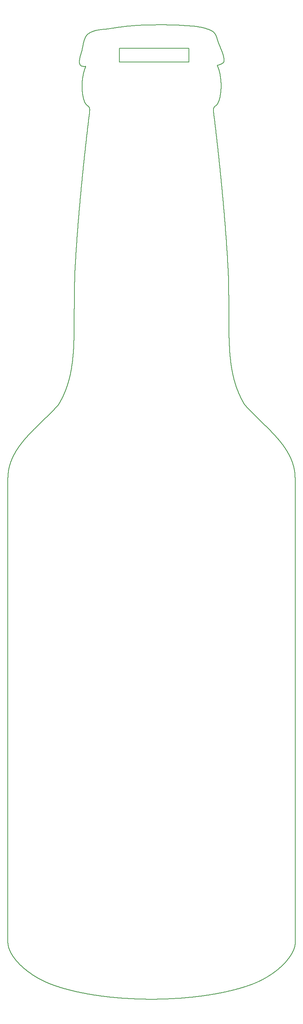
<source format=gm1>
G04 MADE WITH FRITZING*
G04 WWW.FRITZING.ORG*
G04 DOUBLE SIDED*
G04 HOLES PLATED*
G04 CONTOUR ON CENTER OF CONTOUR VECTOR*
%ASAXBY*%
%FSLAX23Y23*%
%MOIN*%
%OFA0B0*%
%SFA1.0B1.0*%
%ADD10C,0.008*%
%LNCONTOUR*%
G90*
G70*
G54D10*
X1417Y9233D02*
X1418Y9233D01*
X1419Y9233D01*
X1420Y9233D01*
X1421Y9233D01*
X1422Y9233D01*
X1423Y9233D01*
X1424Y9233D01*
X1425Y9233D01*
X1426Y9233D01*
X1427Y9233D01*
X1428Y9233D01*
X1429Y9233D01*
X1430Y9233D01*
X1431Y9233D01*
X1432Y9233D01*
X1433Y9233D01*
X1434Y9233D01*
X1435Y9233D01*
X1436Y9233D01*
X1437Y9233D01*
X1438Y9233D01*
X1439Y9233D01*
X1440Y9233D01*
X1441Y9233D01*
X1442Y9233D01*
X1443Y9233D01*
X1444Y9233D01*
X1445Y9233D01*
X1446Y9233D01*
X1447Y9233D01*
X1448Y9233D01*
X1449Y9233D01*
X1450Y9233D01*
X1451Y9233D01*
X1452Y9233D01*
X1453Y9233D01*
X1454Y9233D01*
X1455Y9233D01*
X1456Y9233D01*
X1457Y9233D01*
X1458Y9233D01*
X1459Y9233D01*
X1460Y9233D01*
X1461Y9233D01*
X1462Y9233D01*
X1463Y9233D01*
X1464Y9233D01*
X1465Y9233D01*
X1466Y9233D01*
X1467Y9233D01*
X1468Y9233D01*
X1469Y9233D01*
X1470Y9233D01*
X1471Y9233D01*
X1472Y9233D01*
X1473Y9233D01*
X1474Y9233D01*
X1475Y9233D01*
X1476Y9233D01*
X1477Y9233D01*
X1478Y9233D01*
X1479Y9233D01*
X1480Y9233D01*
X1481Y9233D01*
X1482Y9233D01*
X1483Y9233D01*
X1484Y9233D01*
X1485Y9233D01*
X1486Y9233D01*
X1487Y9233D01*
X1488Y9233D01*
X1489Y9233D01*
X1490Y9233D01*
X1491Y9233D01*
X1492Y9233D01*
X1493Y9233D01*
X1494Y9233D01*
X1495Y9233D01*
X1496Y9233D01*
X1497Y9233D01*
X1498Y9233D01*
X1499Y9233D01*
X1500Y9233D01*
X1501Y9233D01*
X1502Y9233D01*
X1503Y9233D01*
X1504Y9233D01*
X1505Y9233D01*
X1506Y9233D01*
X1507Y9233D01*
X1508Y9233D01*
X1509Y9233D01*
X1510Y9233D01*
X1511Y9233D01*
X1512Y9233D01*
X1513Y9233D01*
X1514Y9233D01*
X1515Y9233D01*
X1516Y9233D01*
X1517Y9233D01*
X1518Y9233D01*
X1519Y9233D01*
X1520Y9233D01*
X1521Y9233D01*
X1522Y9232D01*
X1523Y9232D01*
X1524Y9232D01*
X1525Y9232D01*
X1526Y9232D01*
X1527Y9232D01*
X1528Y9232D01*
X1529Y9232D01*
X1530Y9232D01*
X1531Y9232D01*
X1532Y9232D01*
X1533Y9232D01*
X1534Y9232D01*
X1535Y9232D01*
X1536Y9232D01*
X1537Y9232D01*
X1538Y9232D01*
X1539Y9232D01*
X1540Y9232D01*
X1541Y9232D01*
X1542Y9232D01*
X1543Y9232D01*
X1544Y9232D01*
X1545Y9232D01*
X1546Y9232D01*
X1547Y9232D01*
X1548Y9232D01*
X1549Y9232D01*
X1550Y9232D01*
X1551Y9232D01*
X1552Y9232D01*
X1553Y9232D01*
X1554Y9232D01*
X1555Y9232D01*
X1556Y9232D01*
X1557Y9232D01*
X1558Y9232D01*
X1559Y9232D01*
X1560Y9232D01*
X1561Y9232D01*
X1562Y9232D01*
X1563Y9232D01*
X1564Y9232D01*
X1565Y9232D01*
X1566Y9232D01*
X1567Y9232D01*
X1568Y9232D01*
X1569Y9232D01*
X1570Y9232D01*
X1571Y9232D01*
X1572Y9231D01*
X1573Y9231D01*
X1574Y9231D01*
X1575Y9231D01*
X1576Y9231D01*
X1577Y9231D01*
X1578Y9231D01*
X1579Y9231D01*
X1580Y9231D01*
X1581Y9231D01*
X1582Y9231D01*
X1583Y9231D01*
X1584Y9231D01*
X1585Y9231D01*
X1586Y9231D01*
X1587Y9231D01*
X1588Y9231D01*
X1589Y9231D01*
X1590Y9231D01*
X1591Y9231D01*
X1592Y9231D01*
X1593Y9231D01*
X1594Y9231D01*
X1595Y9231D01*
X1596Y9231D01*
X1597Y9231D01*
X1598Y9231D01*
X1599Y9231D01*
X1600Y9231D01*
X1601Y9230D01*
X1602Y9230D01*
X1603Y9230D01*
X1604Y9230D01*
X1605Y9230D01*
X1606Y9230D01*
X1607Y9230D01*
X1608Y9230D01*
X1609Y9230D01*
X1610Y9230D01*
X1611Y9230D01*
X1612Y9230D01*
X1613Y9230D01*
X1614Y9230D01*
X1615Y9230D01*
X1616Y9230D01*
X1617Y9230D01*
X1618Y9230D01*
X1619Y9230D01*
X1620Y9230D01*
X1621Y9230D01*
X1622Y9230D01*
X1623Y9230D01*
X1624Y9229D01*
X1625Y9229D01*
X1626Y9229D01*
X1627Y9229D01*
X1628Y9229D01*
X1629Y9229D01*
X1630Y9229D01*
X1631Y9229D01*
X1632Y9229D01*
X1633Y9229D01*
X1634Y9229D01*
X1635Y9229D01*
X1636Y9229D01*
X1637Y9229D01*
X1638Y9229D01*
X1639Y9229D01*
X1640Y9229D01*
X1641Y9229D01*
X1642Y9229D01*
X1643Y9228D01*
X1644Y9228D01*
X1645Y9228D01*
X1646Y9228D01*
X1647Y9228D01*
X1648Y9228D01*
X1649Y9228D01*
X1650Y9228D01*
X1651Y9228D01*
X1652Y9228D01*
X1653Y9228D01*
X1654Y9228D01*
X1655Y9228D01*
X1656Y9228D01*
X1657Y9228D01*
X1658Y9228D01*
X1659Y9227D01*
X1660Y9227D01*
X1661Y9227D01*
X1662Y9227D01*
X1663Y9227D01*
X1664Y9227D01*
X1665Y9227D01*
X1666Y9227D01*
X1667Y9227D01*
X1668Y9227D01*
X1669Y9227D01*
X1670Y9227D01*
X1671Y9227D01*
X1672Y9227D01*
X1673Y9226D01*
X1674Y9226D01*
X1675Y9226D01*
X1676Y9226D01*
X1677Y9226D01*
X1678Y9226D01*
X1679Y9226D01*
X1680Y9226D01*
X1681Y9226D01*
X1682Y9226D01*
X1683Y9226D01*
X1684Y9226D01*
X1685Y9226D01*
X1686Y9226D01*
X1687Y9226D01*
X1688Y9226D01*
X1689Y9226D01*
X1690Y9225D01*
X1691Y9225D01*
X1692Y9225D01*
X1693Y9225D01*
X1694Y9225D01*
X1695Y9225D01*
X1696Y9225D01*
X1697Y9225D01*
X1698Y9225D01*
X1699Y9225D01*
X1700Y9225D01*
X1701Y9225D01*
X1702Y9225D01*
X1703Y9225D01*
X1704Y9225D01*
X1705Y9225D01*
X1706Y9225D01*
X1707Y9225D01*
X1708Y9225D01*
X1709Y9225D01*
X1710Y9224D01*
X1711Y9224D01*
X1712Y9224D01*
X1713Y9224D01*
X1714Y9224D01*
X1715Y9224D01*
X1716Y9224D01*
X1717Y9224D01*
X1718Y9224D01*
X1719Y9224D01*
X1720Y9224D01*
X1721Y9224D01*
X1722Y9224D01*
X1723Y9224D01*
X1724Y9224D01*
X1725Y9224D01*
X1726Y9223D01*
X1727Y9223D01*
X1728Y9223D01*
X1729Y9223D01*
X1730Y9223D01*
X1731Y9223D01*
X1732Y9223D01*
X1733Y9223D01*
X1734Y9223D01*
X1735Y9223D01*
X1736Y9223D01*
X1737Y9223D01*
X1738Y9223D01*
X1739Y9223D01*
X1740Y9223D01*
X1741Y9222D01*
X1742Y9222D01*
X1743Y9222D01*
X1744Y9222D01*
X1745Y9222D01*
X1746Y9222D01*
X1747Y9222D01*
X1748Y9222D01*
X1749Y9222D01*
X1750Y9222D01*
X1751Y9222D01*
X1752Y9222D01*
X1753Y9222D01*
X1754Y9222D01*
X1755Y9222D01*
X1756Y9222D01*
X1757Y9221D01*
X1758Y9221D01*
X1759Y9221D01*
X1760Y9221D01*
X1761Y9221D01*
X1762Y9221D01*
X1763Y9221D01*
X1764Y9221D01*
X1765Y9221D01*
X1766Y9221D01*
X1767Y9221D01*
X1768Y9221D01*
X1769Y9220D01*
X1770Y9220D01*
X1771Y9220D01*
X1772Y9220D01*
X1773Y9220D01*
X1774Y9220D01*
X1775Y9220D01*
X1776Y9220D01*
X1777Y9220D01*
X1778Y9220D01*
X1779Y9219D01*
X1780Y9219D01*
X1781Y9219D01*
X1782Y9219D01*
X1783Y9219D01*
X1784Y9219D01*
X1785Y9219D01*
X1786Y9219D01*
X1787Y9219D01*
X1788Y9219D01*
X1789Y9218D01*
X1790Y9218D01*
X1791Y9218D01*
X1792Y9218D01*
X1793Y9218D01*
X1794Y9218D01*
X1795Y9218D01*
X1796Y9217D01*
X1797Y9217D01*
X1798Y9217D01*
X1799Y9217D01*
X1800Y9217D01*
X1801Y9217D01*
X1802Y9217D01*
X1803Y9217D01*
X1804Y9216D01*
X1805Y9216D01*
X1806Y9216D01*
X1807Y9216D01*
X1808Y9216D01*
X1809Y9216D01*
X1810Y9216D01*
X1811Y9215D01*
X1812Y9215D01*
X1813Y9215D01*
X1814Y9215D01*
X1815Y9215D01*
X1816Y9215D01*
X1817Y9214D01*
X1818Y9214D01*
X1819Y9214D01*
X1820Y9214D01*
X1821Y9214D01*
X1822Y9214D01*
X1823Y9214D01*
X1824Y9213D01*
X1825Y9213D01*
X1826Y9213D01*
X1827Y9213D01*
X1828Y9213D01*
X1829Y9213D01*
X1830Y9212D01*
X1831Y9212D01*
X1832Y9212D01*
X1833Y9212D01*
X1834Y9212D01*
X1835Y9211D01*
X1836Y9211D01*
X1837Y9211D01*
X1838Y9211D01*
X1839Y9211D01*
X1840Y9211D01*
X1841Y9210D01*
X1842Y9210D01*
X1843Y9210D01*
X1844Y9210D01*
X1845Y9210D01*
X1846Y9209D01*
X1847Y9209D01*
X1848Y9209D01*
X1849Y9209D01*
X1850Y9209D01*
X1851Y9208D01*
X1852Y9208D01*
X1853Y9208D01*
X1854Y9208D01*
X1855Y9208D01*
X1856Y9207D01*
X1857Y9207D01*
X1858Y9207D01*
X1859Y9207D01*
X1860Y9206D01*
X1861Y9206D01*
X1862Y9206D01*
X1863Y9206D01*
X1864Y9206D01*
X1865Y9205D01*
X1866Y9205D01*
X1867Y9205D01*
X1868Y9205D01*
X1869Y9204D01*
X1870Y9204D01*
X1871Y9204D01*
X1872Y9204D01*
X1873Y9204D01*
X1874Y9203D01*
X1875Y9203D01*
X1876Y9203D01*
X1877Y9203D01*
X1878Y9202D01*
X1879Y9202D01*
X1880Y9202D01*
X1881Y9201D01*
X1882Y9201D01*
X1883Y9201D01*
X1884Y9200D01*
X1885Y9200D01*
X1886Y9200D01*
X1887Y9200D01*
X1888Y9199D01*
X1889Y9199D01*
X1890Y9199D01*
X1891Y9198D01*
X1892Y9198D01*
X1893Y9198D01*
X1894Y9197D01*
X1895Y9197D01*
X1896Y9197D01*
X1897Y9196D01*
X1898Y9196D01*
X1899Y9196D01*
X1900Y9195D01*
X1901Y9195D01*
X1902Y9195D01*
X1903Y9195D01*
X1904Y9194D01*
X1905Y9194D01*
X1906Y9194D01*
X1907Y9193D01*
X1908Y9193D01*
X1909Y9193D01*
X1910Y9192D01*
X1911Y9192D01*
X1912Y9192D01*
X1913Y9191D01*
X1914Y9191D01*
X1915Y9191D01*
X1916Y9190D01*
X1917Y9190D01*
X1918Y9189D01*
X1919Y9189D01*
X1920Y9189D01*
X1921Y9188D01*
X1922Y9188D01*
X1923Y9188D01*
X1924Y9187D01*
X1925Y9187D01*
X1926Y9187D01*
X1927Y9186D01*
X1928Y9186D01*
X1929Y9185D01*
X1930Y9185D01*
X1931Y9185D01*
X1932Y9184D01*
X1933Y9184D01*
X1934Y9183D01*
X1935Y9183D01*
X1936Y9182D01*
X1937Y9182D01*
X1938Y9182D01*
X1939Y9181D01*
X1940Y9181D01*
X1941Y9180D01*
X1942Y9180D01*
X1943Y9179D01*
X1944Y9179D01*
X1945Y9178D01*
X1946Y9178D01*
X1947Y9177D01*
X1948Y9176D01*
X1949Y9176D01*
X1950Y9175D01*
X1951Y9175D01*
X1952Y9174D01*
X1953Y9174D01*
X1954Y9173D01*
X1955Y9172D01*
X1956Y9172D01*
X1957Y9171D01*
X1958Y9170D01*
X1959Y9169D01*
X1960Y9169D01*
X1961Y9168D01*
X1962Y9167D01*
X1963Y9166D01*
X1964Y9166D01*
X1965Y9165D01*
X1966Y9164D01*
X1967Y9163D01*
X1968Y9162D01*
X1969Y9161D01*
X1970Y9160D01*
X1971Y9159D01*
X1972Y9158D01*
X1973Y9157D01*
X1974Y9156D01*
X1975Y9155D01*
X1976Y9154D01*
X1976Y9153D01*
X1977Y9152D01*
X1978Y9151D01*
X1979Y9150D01*
X1979Y9149D01*
X1980Y9148D01*
X1981Y9147D01*
X1981Y9146D01*
X1982Y9145D01*
X1983Y9144D01*
X1983Y9143D01*
X1984Y9142D01*
X1985Y9141D01*
X1985Y9140D01*
X1986Y9139D01*
X1986Y9138D01*
X1987Y9137D01*
X1987Y9136D01*
X1988Y9135D01*
X1988Y9134D01*
X1989Y9133D01*
X1989Y9132D01*
X1990Y9131D01*
X1990Y9129D01*
X1991Y9128D01*
X1991Y9127D01*
X1992Y9126D01*
X1992Y9124D01*
X1993Y9123D01*
X1993Y9121D01*
X1994Y9120D01*
X1994Y9119D01*
X1995Y9118D01*
X1995Y9116D01*
X1996Y9115D01*
X1996Y9113D01*
X1997Y9112D01*
X1997Y9110D01*
X1998Y9109D01*
X1998Y9106D01*
X1999Y9105D01*
X1999Y9103D01*
X2000Y9102D01*
X2000Y9100D01*
X2001Y9099D01*
X2001Y9097D01*
X2002Y9096D01*
X2002Y9093D01*
X2003Y9092D01*
X2003Y9090D01*
X2004Y9089D01*
X2004Y9087D01*
X2005Y9086D01*
X2005Y9084D01*
X2006Y9083D01*
X2006Y9081D01*
X2007Y9080D01*
X2007Y9077D01*
X2008Y9076D01*
X2008Y9074D01*
X2009Y9073D01*
X2009Y9072D01*
X2010Y9071D01*
X2010Y9069D01*
X2011Y9068D01*
X2011Y9066D01*
X2012Y9065D01*
X2012Y9063D01*
X2013Y9062D01*
X2013Y9061D01*
X2014Y9060D01*
X2014Y9058D01*
X2015Y9057D01*
X2015Y9056D01*
X2016Y9055D01*
X2016Y9054D01*
X2017Y9053D01*
X2017Y9052D01*
X2018Y9051D01*
X2018Y9050D01*
X2019Y9049D01*
X2019Y9047D01*
X2020Y9046D01*
X2020Y9045D01*
X2021Y9044D01*
X2021Y9042D01*
X2022Y9041D01*
X2022Y9039D01*
X2023Y9038D01*
X2023Y9037D01*
X2024Y9036D01*
X2024Y9034D01*
X2025Y9033D01*
X2025Y9032D01*
X2026Y9031D01*
X2026Y9029D01*
X2027Y9028D01*
X2027Y9027D01*
X2028Y9026D01*
X2028Y9024D01*
X2029Y9023D01*
X2029Y9022D01*
X2030Y9021D01*
X2030Y9020D01*
X2031Y9019D01*
X2031Y9017D01*
X2032Y9016D01*
X2032Y9015D01*
X2033Y9014D01*
X2033Y9012D01*
X2034Y9011D01*
X2034Y9010D01*
X2035Y9009D01*
X2035Y9008D01*
X2036Y9007D01*
X2036Y9005D01*
X2037Y9004D01*
X2037Y9003D01*
X2038Y9002D01*
X2038Y9000D01*
X2039Y8999D01*
X2039Y8998D01*
X2040Y8997D01*
X2040Y8996D01*
X2041Y8995D01*
X2041Y8993D01*
X2042Y8992D01*
X2042Y8991D01*
X2043Y8990D01*
X2043Y8988D01*
X2044Y8987D01*
X2044Y8986D01*
X2045Y8985D01*
X2045Y8983D01*
X2046Y8982D01*
X2046Y8981D01*
X2047Y8980D01*
X2047Y8978D01*
X2048Y8977D01*
X2048Y8976D01*
X2049Y8975D01*
X2049Y8973D01*
X2050Y8972D01*
X2050Y8970D01*
X2051Y8969D01*
X2051Y8967D01*
X2052Y8966D01*
X2052Y8964D01*
X2053Y8963D01*
X2053Y8961D01*
X2054Y8960D01*
X2054Y8957D01*
X2055Y8956D01*
X2055Y8954D01*
X2056Y8953D01*
X2056Y8951D01*
X2057Y8950D01*
X2057Y8947D01*
X2058Y8946D01*
X2058Y8944D01*
X2059Y8943D01*
X2059Y8940D01*
X2060Y8939D01*
X2060Y8936D01*
X2061Y8935D01*
X2061Y8931D01*
X2062Y8930D01*
X2062Y8926D01*
X2063Y8925D01*
X2063Y8919D01*
X2064Y8918D01*
X2064Y8908D01*
X2065Y8907D01*
X2065Y8894D01*
X2064Y8893D01*
X2064Y8884D01*
X2063Y8883D01*
X2063Y8879D01*
X2062Y8878D01*
X2061Y8877D01*
X2060Y8877D01*
X2059Y8876D01*
X2058Y8875D01*
X2057Y8874D01*
X2056Y8873D01*
X2055Y8872D01*
X2054Y8872D01*
X2053Y8871D01*
X2052Y8870D01*
X2051Y8870D01*
X2050Y8869D01*
X2049Y8868D01*
X2048Y8868D01*
X2047Y8867D01*
X2046Y8866D01*
X2045Y8866D01*
X2044Y8865D01*
X2043Y8865D01*
X2042Y8864D01*
X2041Y8863D01*
X2040Y8863D01*
X2039Y8862D01*
X2038Y8862D01*
X2037Y8861D01*
X2036Y8861D01*
X2035Y8860D01*
X2034Y8860D01*
X2033Y8859D01*
X2032Y8859D01*
X2031Y8858D01*
X2030Y8858D01*
X2029Y8858D01*
X2028Y8857D01*
X2027Y8857D01*
X2026Y8857D01*
X2025Y8856D01*
X2024Y8856D01*
X2023Y8856D01*
X2022Y8855D01*
X2021Y8855D01*
X2020Y8855D01*
X2019Y8854D01*
X2018Y8854D01*
X2017Y8854D01*
X2016Y8853D01*
X2015Y8853D01*
X2014Y8853D01*
X2013Y8852D01*
X2012Y8852D01*
X2011Y8852D01*
X2010Y8851D01*
X2009Y8851D01*
X2008Y8851D01*
X2007Y8850D01*
X2006Y8850D01*
X2005Y8850D01*
X2004Y8849D01*
X2003Y8849D01*
X2002Y8849D01*
X2001Y8848D01*
X2001Y8847D01*
X2002Y8846D01*
X2002Y8845D01*
X2003Y8844D01*
X2003Y8843D01*
X2004Y8842D01*
X2004Y8841D01*
X2005Y8840D01*
X2005Y8839D01*
X2006Y8838D01*
X2006Y8836D01*
X2007Y8835D01*
X2007Y8834D01*
X2008Y8833D01*
X2008Y8831D01*
X2009Y8830D01*
X2009Y8829D01*
X2010Y8828D01*
X2010Y8827D01*
X2011Y8826D01*
X2011Y8824D01*
X2012Y8823D01*
X2012Y8821D01*
X2013Y8820D01*
X2013Y8818D01*
X2014Y8817D01*
X2014Y8816D01*
X2015Y8815D01*
X2015Y8813D01*
X2016Y8812D01*
X2016Y8809D01*
X2017Y8808D01*
X2017Y8806D01*
X2018Y8805D01*
X2018Y8803D01*
X2019Y8802D01*
X2019Y8799D01*
X2020Y8798D01*
X2020Y8796D01*
X2021Y8795D01*
X2021Y8792D01*
X2022Y8791D01*
X2022Y8788D01*
X2023Y8787D01*
X2023Y8784D01*
X2024Y8783D01*
X2024Y8780D01*
X2025Y8779D01*
X2025Y8775D01*
X2026Y8774D01*
X2026Y8770D01*
X2027Y8769D01*
X2027Y8765D01*
X2028Y8764D01*
X2028Y8760D01*
X2029Y8759D01*
X2029Y8754D01*
X2030Y8753D01*
X2030Y8748D01*
X2031Y8747D01*
X2031Y8741D01*
X2032Y8740D01*
X2032Y8734D01*
X2033Y8733D01*
X2033Y8725D01*
X2034Y8724D01*
X2034Y8716D01*
X2035Y8715D01*
X2035Y8704D01*
X2036Y8703D01*
X2036Y8687D01*
X2037Y8686D01*
X2037Y8628D01*
X2036Y8627D01*
X2036Y8612D01*
X2035Y8611D01*
X2035Y8600D01*
X2034Y8599D01*
X2034Y8591D01*
X2033Y8590D01*
X2033Y8583D01*
X2032Y8582D01*
X2032Y8576D01*
X2031Y8575D01*
X2031Y8569D01*
X2030Y8568D01*
X2030Y8563D01*
X2029Y8562D01*
X2029Y8558D01*
X2028Y8557D01*
X2028Y8553D01*
X2027Y8552D01*
X2027Y8548D01*
X2026Y8547D01*
X2026Y8544D01*
X2025Y8543D01*
X2025Y8540D01*
X2024Y8539D01*
X2024Y8536D01*
X2023Y8535D01*
X2023Y8532D01*
X2022Y8531D01*
X2022Y8528D01*
X2021Y8527D01*
X2021Y8525D01*
X2020Y8524D01*
X2020Y8522D01*
X2019Y8521D01*
X2019Y8519D01*
X2018Y8518D01*
X2018Y8516D01*
X2017Y8515D01*
X2017Y8513D01*
X2016Y8512D01*
X2016Y8510D01*
X2015Y8509D01*
X2015Y8508D01*
X2014Y8507D01*
X2014Y8506D01*
X2013Y8505D01*
X2013Y8503D01*
X2012Y8502D01*
X2012Y8501D01*
X2011Y8500D01*
X2011Y8499D01*
X2010Y8498D01*
X2010Y8497D01*
X2009Y8496D01*
X2009Y8495D01*
X2008Y8494D01*
X2008Y8493D01*
X2007Y8492D01*
X2007Y8491D01*
X2006Y8490D01*
X2006Y8489D01*
X2005Y8488D01*
X2004Y8487D01*
X2004Y8486D01*
X2003Y8485D01*
X2002Y8484D01*
X2002Y8483D01*
X2001Y8482D01*
X2000Y8481D01*
X2000Y8480D01*
X1999Y8479D01*
X1998Y8478D01*
X1997Y8477D01*
X1996Y8476D01*
X1995Y8475D01*
X1994Y8474D01*
X1993Y8473D01*
X1992Y8472D01*
X1991Y8471D01*
X1990Y8470D01*
X1989Y8469D01*
X1988Y8469D01*
X1987Y8468D01*
X1986Y8467D01*
X1985Y8466D01*
X1984Y8466D01*
X1983Y8465D01*
X1982Y8464D01*
X1981Y8463D01*
X1980Y8462D01*
X1979Y8462D01*
X1978Y8461D01*
X1977Y8460D01*
X1976Y8459D01*
X1975Y8458D01*
X1975Y8457D01*
X1974Y8456D01*
X1973Y8455D01*
X1972Y8454D01*
X1971Y8453D01*
X1971Y8452D01*
X1970Y8451D01*
X1970Y8450D01*
X1969Y8449D01*
X1968Y8448D01*
X1968Y8446D01*
X1967Y8445D01*
X1967Y8444D01*
X1966Y8443D01*
X1966Y8439D01*
X1965Y8438D01*
X1965Y8428D01*
X1964Y8427D01*
X1964Y8425D01*
X1965Y8424D01*
X1965Y8410D01*
X1966Y8409D01*
X1966Y8402D01*
X1967Y8401D01*
X1967Y8394D01*
X1968Y8393D01*
X1968Y8386D01*
X1969Y8385D01*
X1969Y8379D01*
X1970Y8378D01*
X1970Y8371D01*
X1971Y8370D01*
X1971Y8363D01*
X1972Y8362D01*
X1972Y8356D01*
X1973Y8355D01*
X1973Y8348D01*
X1974Y8347D01*
X1974Y8339D01*
X1975Y8338D01*
X1975Y8331D01*
X1976Y8330D01*
X1976Y8323D01*
X1977Y8322D01*
X1977Y8314D01*
X1978Y8313D01*
X1978Y8306D01*
X1979Y8305D01*
X1979Y8297D01*
X1980Y8296D01*
X1980Y8289D01*
X1981Y8288D01*
X1981Y8281D01*
X1982Y8280D01*
X1982Y8272D01*
X1983Y8271D01*
X1983Y8264D01*
X1984Y8263D01*
X1984Y8255D01*
X1985Y8254D01*
X1985Y8247D01*
X1986Y8246D01*
X1986Y8239D01*
X1987Y8238D01*
X1987Y8230D01*
X1988Y8229D01*
X1988Y8222D01*
X1989Y8221D01*
X1989Y8213D01*
X1990Y8212D01*
X1990Y8205D01*
X1991Y8204D01*
X1991Y8196D01*
X1992Y8195D01*
X1992Y8187D01*
X1993Y8186D01*
X1993Y8179D01*
X1994Y8178D01*
X1994Y8170D01*
X1995Y8169D01*
X1995Y8161D01*
X1996Y8160D01*
X1996Y8152D01*
X1997Y8151D01*
X1997Y8144D01*
X1998Y8143D01*
X1998Y8135D01*
X1999Y8134D01*
X1999Y8126D01*
X2000Y8125D01*
X2000Y8117D01*
X2001Y8116D01*
X2001Y8108D01*
X2002Y8107D01*
X2002Y8099D01*
X2003Y8098D01*
X2003Y8090D01*
X2004Y8089D01*
X2004Y8081D01*
X2005Y8080D01*
X2005Y8072D01*
X2006Y8071D01*
X2006Y8063D01*
X2007Y8062D01*
X2007Y8054D01*
X2008Y8053D01*
X2008Y8045D01*
X2009Y8044D01*
X2009Y8036D01*
X2010Y8035D01*
X2010Y8027D01*
X2011Y8026D01*
X2011Y8018D01*
X2012Y8017D01*
X2012Y8008D01*
X2013Y8007D01*
X2013Y7999D01*
X2014Y7998D01*
X2014Y7990D01*
X2015Y7989D01*
X2015Y7981D01*
X2016Y7980D01*
X2016Y7972D01*
X2017Y7971D01*
X2017Y7962D01*
X2018Y7961D01*
X2018Y7953D01*
X2019Y7952D01*
X2019Y7943D01*
X2020Y7942D01*
X2020Y7934D01*
X2021Y7933D01*
X2021Y7924D01*
X2022Y7923D01*
X2022Y7915D01*
X2023Y7914D01*
X2023Y7905D01*
X2024Y7904D01*
X2024Y7896D01*
X2025Y7895D01*
X2025Y7886D01*
X2026Y7885D01*
X2026Y7876D01*
X2027Y7875D01*
X2027Y7867D01*
X2028Y7866D01*
X2028Y7857D01*
X2029Y7856D01*
X2029Y7847D01*
X2030Y7846D01*
X2030Y7837D01*
X2031Y7836D01*
X2031Y7827D01*
X2032Y7826D01*
X2032Y7818D01*
X2033Y7817D01*
X2033Y7808D01*
X2034Y7807D01*
X2034Y7798D01*
X2035Y7797D01*
X2035Y7788D01*
X2036Y7787D01*
X2036Y7778D01*
X2037Y7777D01*
X2037Y7767D01*
X2038Y7766D01*
X2038Y7757D01*
X2039Y7756D01*
X2039Y7747D01*
X2040Y7746D01*
X2040Y7737D01*
X2041Y7736D01*
X2041Y7727D01*
X2042Y7726D01*
X2042Y7717D01*
X2043Y7716D01*
X2043Y7706D01*
X2044Y7705D01*
X2044Y7696D01*
X2045Y7695D01*
X2045Y7685D01*
X2046Y7684D01*
X2046Y7675D01*
X2047Y7674D01*
X2047Y7664D01*
X2048Y7663D01*
X2048Y7654D01*
X2049Y7653D01*
X2049Y7643D01*
X2050Y7642D01*
X2050Y7632D01*
X2051Y7631D01*
X2051Y7622D01*
X2052Y7621D01*
X2052Y7611D01*
X2053Y7610D01*
X2053Y7600D01*
X2054Y7599D01*
X2054Y7589D01*
X2055Y7588D01*
X2055Y7578D01*
X2056Y7577D01*
X2056Y7567D01*
X2057Y7566D01*
X2057Y7556D01*
X2058Y7555D01*
X2058Y7545D01*
X2059Y7544D01*
X2059Y7534D01*
X2060Y7533D01*
X2060Y7523D01*
X2061Y7522D01*
X2061Y7511D01*
X2062Y7510D01*
X2062Y7500D01*
X2063Y7499D01*
X2063Y7488D01*
X2064Y7487D01*
X2064Y7477D01*
X2065Y7476D01*
X2065Y7465D01*
X2066Y7464D01*
X2066Y7454D01*
X2067Y7453D01*
X2067Y7442D01*
X2068Y7441D01*
X2068Y7430D01*
X2069Y7429D01*
X2069Y7418D01*
X2070Y7417D01*
X2070Y7406D01*
X2071Y7405D01*
X2071Y7394D01*
X2072Y7393D01*
X2072Y7382D01*
X2073Y7381D01*
X2073Y7369D01*
X2074Y7368D01*
X2074Y7357D01*
X2075Y7356D01*
X2075Y7345D01*
X2076Y7344D01*
X2076Y7333D01*
X2077Y7332D01*
X2077Y7320D01*
X2078Y7319D01*
X2078Y7307D01*
X2079Y7306D01*
X2079Y7294D01*
X2080Y7293D01*
X2080Y7281D01*
X2081Y7280D01*
X2081Y7268D01*
X2082Y7267D01*
X2082Y7255D01*
X2083Y7254D01*
X2083Y7242D01*
X2084Y7241D01*
X2084Y7228D01*
X2085Y7227D01*
X2085Y7214D01*
X2086Y7213D01*
X2086Y7200D01*
X2087Y7199D01*
X2087Y7186D01*
X2088Y7185D01*
X2088Y7172D01*
X2089Y7171D01*
X2089Y7158D01*
X2090Y7157D01*
X2090Y7144D01*
X2091Y7143D01*
X2091Y7128D01*
X2092Y7127D01*
X2092Y7113D01*
X2093Y7112D01*
X2093Y7098D01*
X2094Y7097D01*
X2094Y7083D01*
X2095Y7082D01*
X2095Y7068D01*
X2096Y7067D01*
X2096Y7052D01*
X2097Y7051D01*
X2097Y7036D01*
X2098Y7035D01*
X2098Y7019D01*
X2099Y7018D01*
X2099Y7002D01*
X2100Y7001D01*
X2100Y6985D01*
X2101Y6984D01*
X2101Y6969D01*
X2102Y6968D01*
X2102Y6950D01*
X2103Y6949D01*
X2103Y6930D01*
X2104Y6929D01*
X2104Y6910D01*
X2105Y6909D01*
X2105Y6886D01*
X2106Y6885D01*
X2106Y6861D01*
X2107Y6860D01*
X2107Y6830D01*
X2108Y6829D01*
X2108Y6795D01*
X2109Y6794D01*
X2109Y6750D01*
X2110Y6749D01*
X2110Y6677D01*
X2111Y6676D01*
X2111Y6404D01*
X2112Y6403D01*
X2112Y6314D01*
X2113Y6313D01*
X2113Y6271D01*
X2114Y6270D01*
X2114Y6239D01*
X2115Y6238D01*
X2115Y6214D01*
X2116Y6213D01*
X2116Y6194D01*
X2117Y6193D01*
X2117Y6175D01*
X2118Y6174D01*
X2118Y6159D01*
X2119Y6158D01*
X2119Y6144D01*
X2120Y6143D01*
X2120Y6130D01*
X2121Y6129D01*
X2121Y6118D01*
X2122Y6117D01*
X2122Y6107D01*
X2123Y6106D01*
X2123Y6095D01*
X2124Y6094D01*
X2124Y6085D01*
X2125Y6084D01*
X2125Y6075D01*
X2126Y6074D01*
X2126Y6066D01*
X2127Y6065D01*
X2127Y6057D01*
X2128Y6056D01*
X2128Y6049D01*
X2129Y6048D01*
X2129Y6041D01*
X2130Y6040D01*
X2130Y6033D01*
X2131Y6032D01*
X2131Y6026D01*
X2132Y6025D01*
X2132Y6019D01*
X2133Y6018D01*
X2133Y6012D01*
X2134Y6011D01*
X2134Y6005D01*
X2135Y6004D01*
X2135Y5998D01*
X2136Y5997D01*
X2136Y5992D01*
X2137Y5991D01*
X2137Y5986D01*
X2138Y5985D01*
X2138Y5980D01*
X2139Y5979D01*
X2139Y5974D01*
X2140Y5973D01*
X2140Y5969D01*
X2141Y5968D01*
X2141Y5963D01*
X2142Y5962D01*
X2142Y5958D01*
X2143Y5957D01*
X2143Y5953D01*
X2144Y5952D01*
X2144Y5948D01*
X2145Y5947D01*
X2145Y5942D01*
X2146Y5941D01*
X2146Y5938D01*
X2147Y5937D01*
X2147Y5933D01*
X2148Y5932D01*
X2148Y5928D01*
X2149Y5927D01*
X2149Y5923D01*
X2150Y5922D01*
X2150Y5919D01*
X2151Y5918D01*
X2151Y5915D01*
X2152Y5914D01*
X2152Y5910D01*
X2153Y5909D01*
X2153Y5906D01*
X2154Y5905D01*
X2154Y5902D01*
X2155Y5901D01*
X2155Y5898D01*
X2156Y5897D01*
X2156Y5894D01*
X2157Y5893D01*
X2157Y5890D01*
X2158Y5889D01*
X2158Y5886D01*
X2159Y5885D01*
X2159Y5882D01*
X2160Y5881D01*
X2160Y5878D01*
X2161Y5877D01*
X2161Y5874D01*
X2162Y5873D01*
X2162Y5870D01*
X2163Y5869D01*
X2163Y5867D01*
X2164Y5866D01*
X2164Y5863D01*
X2165Y5862D01*
X2165Y5860D01*
X2166Y5859D01*
X2166Y5856D01*
X2167Y5855D01*
X2167Y5853D01*
X2168Y5852D01*
X2168Y5849D01*
X2169Y5848D01*
X2169Y5846D01*
X2170Y5845D01*
X2170Y5843D01*
X2171Y5842D01*
X2171Y5840D01*
X2172Y5839D01*
X2172Y5836D01*
X2173Y5835D01*
X2173Y5833D01*
X2174Y5832D01*
X2174Y5830D01*
X2175Y5829D01*
X2175Y5827D01*
X2176Y5826D01*
X2176Y5824D01*
X2177Y5823D01*
X2177Y5821D01*
X2178Y5820D01*
X2178Y5818D01*
X2179Y5817D01*
X2179Y5815D01*
X2180Y5814D01*
X2180Y5812D01*
X2181Y5811D01*
X2181Y5809D01*
X2182Y5808D01*
X2182Y5806D01*
X2183Y5805D01*
X2183Y5803D01*
X2184Y5802D01*
X2184Y5800D01*
X2185Y5799D01*
X2185Y5798D01*
X2186Y5797D01*
X2186Y5795D01*
X2187Y5794D01*
X2187Y5792D01*
X2188Y5791D01*
X2188Y5789D01*
X2189Y5788D01*
X2189Y5787D01*
X2190Y5786D01*
X2190Y5784D01*
X2191Y5783D01*
X2191Y5781D01*
X2192Y5780D01*
X2192Y5779D01*
X2193Y5778D01*
X2193Y5776D01*
X2194Y5775D01*
X2194Y5774D01*
X2195Y5773D01*
X2195Y5771D01*
X2196Y5770D01*
X2196Y5769D01*
X2197Y5768D01*
X2197Y5766D01*
X2198Y5765D01*
X2198Y5764D01*
X2199Y5763D01*
X2199Y5761D01*
X2200Y5760D01*
X2200Y5759D01*
X2201Y5758D01*
X2201Y5756D01*
X2202Y5755D01*
X2202Y5754D01*
X2203Y5753D01*
X2203Y5752D01*
X2204Y5751D01*
X2204Y5749D01*
X2205Y5748D01*
X2205Y5747D01*
X2206Y5746D01*
X2206Y5745D01*
X2207Y5744D01*
X2207Y5742D01*
X2208Y5741D01*
X2208Y5740D01*
X2209Y5739D01*
X2209Y5738D01*
X2210Y5737D01*
X2210Y5736D01*
X2211Y5735D01*
X2211Y5733D01*
X2212Y5732D01*
X2212Y5731D01*
X2213Y5730D01*
X2213Y5729D01*
X2214Y5728D01*
X2214Y5727D01*
X2215Y5726D01*
X2215Y5725D01*
X2216Y5724D01*
X2216Y5723D01*
X2217Y5722D01*
X2217Y5720D01*
X2218Y5719D01*
X2218Y5718D01*
X2219Y5717D01*
X2219Y5716D01*
X2220Y5715D01*
X2220Y5714D01*
X2221Y5713D01*
X2221Y5712D01*
X2222Y5711D01*
X2222Y5710D01*
X2223Y5709D01*
X2223Y5708D01*
X2224Y5707D01*
X2224Y5706D01*
X2225Y5705D01*
X2225Y5704D01*
X2226Y5703D01*
X2226Y5702D01*
X2227Y5701D01*
X2227Y5700D01*
X2228Y5699D01*
X2228Y5698D01*
X2229Y5697D01*
X2229Y5696D01*
X2230Y5695D01*
X2230Y5694D01*
X2231Y5693D01*
X2231Y5692D01*
X2232Y5691D01*
X2232Y5690D01*
X2233Y5689D01*
X2233Y5688D01*
X2234Y5687D01*
X2234Y5686D01*
X2235Y5685D01*
X2236Y5684D01*
X2236Y5683D01*
X2237Y5682D01*
X2237Y5681D01*
X2238Y5680D01*
X2238Y5679D01*
X2239Y5678D01*
X2239Y5677D01*
X2240Y5676D01*
X2240Y5675D01*
X2241Y5674D01*
X2241Y5673D01*
X2242Y5672D01*
X2243Y5671D01*
X2243Y5670D01*
X2244Y5669D01*
X2244Y5668D01*
X2245Y5667D01*
X2245Y5666D01*
X2246Y5665D01*
X2247Y5664D01*
X2247Y5663D01*
X2248Y5662D01*
X2248Y5661D01*
X2249Y5660D01*
X2249Y5659D01*
X2250Y5658D01*
X2251Y5657D01*
X2251Y5656D01*
X2252Y5655D01*
X2252Y5654D01*
X2253Y5653D01*
X2253Y5652D01*
X2254Y5651D01*
X2255Y5650D01*
X2255Y5649D01*
X2256Y5648D01*
X2256Y5647D01*
X2257Y5646D01*
X2258Y5645D01*
X2258Y5644D01*
X2259Y5643D01*
X2259Y5642D01*
X2260Y5641D01*
X2261Y5640D01*
X2261Y5639D01*
X2262Y5638D01*
X2263Y5637D01*
X2264Y5636D01*
X2265Y5635D01*
X2265Y5634D01*
X2266Y5633D01*
X2267Y5632D01*
X2268Y5631D01*
X2269Y5630D01*
X2270Y5629D01*
X2271Y5628D01*
X2272Y5627D01*
X2273Y5626D01*
X2274Y5625D01*
X2274Y5624D01*
X2275Y5623D01*
X2276Y5622D01*
X2277Y5621D01*
X2278Y5620D01*
X2279Y5619D01*
X2280Y5618D01*
X2281Y5617D01*
X2282Y5616D01*
X2283Y5615D01*
X2284Y5614D01*
X2285Y5613D01*
X2285Y5612D01*
X2286Y5611D01*
X2287Y5610D01*
X2288Y5609D01*
X2289Y5608D01*
X2290Y5607D01*
X2291Y5606D01*
X2292Y5605D01*
X2293Y5604D01*
X2294Y5603D01*
X2295Y5602D01*
X2296Y5601D01*
X2297Y5600D01*
X2298Y5599D01*
X2298Y5598D01*
X2299Y5597D01*
X2300Y5596D01*
X2301Y5595D01*
X2302Y5594D01*
X2303Y5593D01*
X2304Y5592D01*
X2305Y5591D01*
X2306Y5590D01*
X2307Y5589D01*
X2308Y5588D01*
X2309Y5587D01*
X2310Y5586D01*
X2311Y5585D01*
X2312Y5584D01*
X2313Y5583D01*
X2314Y5582D01*
X2315Y5581D01*
X2316Y5580D01*
X2317Y5579D01*
X2318Y5578D01*
X2319Y5577D01*
X2320Y5576D01*
X2321Y5575D01*
X2322Y5574D01*
X2323Y5573D01*
X2324Y5572D01*
X2325Y5571D01*
X2326Y5570D01*
X2327Y5569D01*
X2328Y5568D01*
X2329Y5567D01*
X2330Y5566D01*
X2331Y5565D01*
X2332Y5564D01*
X2333Y5563D01*
X2334Y5562D01*
X2335Y5561D01*
X2335Y5560D01*
X2336Y5559D01*
X2337Y5558D01*
X2338Y5558D01*
X2339Y5557D01*
X2340Y5556D01*
X2341Y5555D01*
X2342Y5554D01*
X2343Y5553D01*
X2344Y5552D01*
X2345Y5551D01*
X2346Y5550D01*
X2347Y5549D01*
X2348Y5548D01*
X2349Y5547D01*
X2350Y5546D01*
X2351Y5545D01*
X2352Y5544D01*
X2353Y5543D01*
X2354Y5542D01*
X2355Y5541D01*
X2356Y5540D01*
X2357Y5539D01*
X2358Y5538D01*
X2359Y5537D01*
X2360Y5536D01*
X2361Y5535D01*
X2362Y5534D01*
X2363Y5533D01*
X2364Y5532D01*
X2365Y5531D01*
X2366Y5530D01*
X2367Y5529D01*
X2368Y5528D01*
X2369Y5527D01*
X2370Y5526D01*
X2371Y5525D01*
X2372Y5524D01*
X2373Y5523D01*
X2374Y5522D01*
X2375Y5521D01*
X2376Y5520D01*
X2377Y5519D01*
X2378Y5518D01*
X2379Y5517D01*
X2380Y5516D01*
X2381Y5515D01*
X2382Y5514D01*
X2383Y5513D01*
X2384Y5512D01*
X2385Y5511D01*
X2386Y5510D01*
X2387Y5509D01*
X2388Y5508D01*
X2389Y5507D01*
X2390Y5506D01*
X2391Y5505D01*
X2392Y5504D01*
X2393Y5504D01*
X2394Y5503D01*
X2395Y5502D01*
X2396Y5501D01*
X2397Y5500D01*
X2398Y5499D01*
X2399Y5498D01*
X2400Y5497D01*
X2401Y5496D01*
X2402Y5495D01*
X2403Y5494D01*
X2404Y5493D01*
X2405Y5492D01*
X2406Y5491D01*
X2407Y5490D01*
X2408Y5489D01*
X2409Y5488D01*
X2410Y5487D01*
X2411Y5486D01*
X2412Y5485D01*
X2413Y5484D01*
X2414Y5483D01*
X2415Y5482D01*
X2416Y5481D01*
X2417Y5480D01*
X2418Y5479D01*
X2419Y5478D01*
X2420Y5477D01*
X2421Y5476D01*
X2422Y5475D01*
X2423Y5474D01*
X2424Y5473D01*
X2425Y5473D01*
X2426Y5472D01*
X2427Y5471D01*
X2428Y5470D01*
X2429Y5469D01*
X2430Y5468D01*
X2431Y5467D01*
X2432Y5466D01*
X2433Y5465D01*
X2434Y5464D01*
X2435Y5463D01*
X2436Y5462D01*
X2437Y5461D01*
X2438Y5460D01*
X2439Y5459D01*
X2440Y5458D01*
X2441Y5457D01*
X2442Y5456D01*
X2443Y5455D01*
X2444Y5454D01*
X2445Y5453D01*
X2446Y5452D01*
X2447Y5451D01*
X2448Y5450D01*
X2449Y5449D01*
X2450Y5448D01*
X2451Y5447D01*
X2452Y5446D01*
X2453Y5445D01*
X2454Y5444D01*
X2455Y5443D01*
X2456Y5442D01*
X2457Y5441D01*
X2458Y5440D01*
X2459Y5439D01*
X2460Y5438D01*
X2461Y5437D01*
X2462Y5437D01*
X2463Y5436D01*
X2464Y5435D01*
X2465Y5434D01*
X2466Y5433D01*
X2467Y5432D01*
X2468Y5431D01*
X2469Y5430D01*
X2470Y5429D01*
X2471Y5428D01*
X2472Y5427D01*
X2473Y5426D01*
X2474Y5425D01*
X2475Y5424D01*
X2476Y5423D01*
X2477Y5422D01*
X2478Y5421D01*
X2479Y5420D01*
X2480Y5419D01*
X2481Y5418D01*
X2482Y5417D01*
X2483Y5416D01*
X2484Y5415D01*
X2485Y5414D01*
X2486Y5413D01*
X2487Y5412D01*
X2488Y5411D01*
X2489Y5410D01*
X2490Y5409D01*
X2491Y5408D01*
X2492Y5407D01*
X2493Y5406D01*
X2494Y5405D01*
X2495Y5404D01*
X2496Y5403D01*
X2497Y5402D01*
X2498Y5401D01*
X2499Y5400D01*
X2500Y5399D01*
X2501Y5398D01*
X2502Y5397D01*
X2503Y5396D01*
X2504Y5395D01*
X2505Y5394D01*
X2506Y5393D01*
X2507Y5392D01*
X2508Y5391D01*
X2509Y5390D01*
X2510Y5389D01*
X2511Y5388D01*
X2511Y5387D01*
X2512Y5386D01*
X2513Y5385D01*
X2514Y5384D01*
X2515Y5383D01*
X2516Y5382D01*
X2517Y5381D01*
X2518Y5380D01*
X2519Y5379D01*
X2520Y5378D01*
X2521Y5377D01*
X2522Y5376D01*
X2523Y5375D01*
X2524Y5374D01*
X2525Y5373D01*
X2526Y5372D01*
X2527Y5371D01*
X2528Y5370D01*
X2529Y5369D01*
X2530Y5368D01*
X2531Y5367D01*
X2532Y5366D01*
X2533Y5365D01*
X2534Y5364D01*
X2534Y5363D01*
X2535Y5362D01*
X2536Y5361D01*
X2537Y5360D01*
X2538Y5359D01*
X2539Y5358D01*
X2540Y5357D01*
X2541Y5356D01*
X2542Y5355D01*
X2543Y5354D01*
X2544Y5353D01*
X2545Y5352D01*
X2546Y5351D01*
X2547Y5350D01*
X2547Y5349D01*
X2548Y5348D01*
X2549Y5347D01*
X2550Y5346D01*
X2551Y5345D01*
X2552Y5344D01*
X2553Y5343D01*
X2554Y5342D01*
X2555Y5341D01*
X2556Y5340D01*
X2557Y5339D01*
X2557Y5338D01*
X2558Y5337D01*
X2559Y5336D01*
X2560Y5335D01*
X2561Y5334D01*
X2562Y5333D01*
X2563Y5332D01*
X2564Y5331D01*
X2565Y5330D01*
X2566Y5329D01*
X2566Y5328D01*
X2567Y5327D01*
X2568Y5326D01*
X2569Y5325D01*
X2570Y5324D01*
X2571Y5323D01*
X2572Y5322D01*
X2573Y5321D01*
X2573Y5320D01*
X2574Y5319D01*
X2575Y5318D01*
X2576Y5317D01*
X2577Y5316D01*
X2578Y5315D01*
X2579Y5314D01*
X2579Y5313D01*
X2580Y5312D01*
X2581Y5311D01*
X2582Y5310D01*
X2583Y5309D01*
X2584Y5308D01*
X2585Y5307D01*
X2585Y5306D01*
X2586Y5305D01*
X2587Y5304D01*
X2588Y5303D01*
X2589Y5302D01*
X2590Y5301D01*
X2590Y5300D01*
X2591Y5299D01*
X2592Y5298D01*
X2593Y5297D01*
X2594Y5296D01*
X2595Y5295D01*
X2595Y5294D01*
X2596Y5293D01*
X2597Y5292D01*
X2598Y5291D01*
X2599Y5290D01*
X2599Y5289D01*
X2600Y5288D01*
X2601Y5287D01*
X2602Y5286D01*
X2603Y5285D01*
X2603Y5284D01*
X2604Y5283D01*
X2605Y5282D01*
X2606Y5281D01*
X2607Y5280D01*
X2607Y5279D01*
X2608Y5278D01*
X2609Y5277D01*
X2610Y5276D01*
X2611Y5275D01*
X2611Y5274D01*
X2612Y5273D01*
X2613Y5272D01*
X2614Y5271D01*
X2614Y5270D01*
X2615Y5269D01*
X2616Y5268D01*
X2617Y5267D01*
X2617Y5266D01*
X2618Y5265D01*
X2619Y5264D01*
X2620Y5263D01*
X2621Y5262D01*
X2621Y5261D01*
X2622Y5260D01*
X2623Y5259D01*
X2624Y5258D01*
X2624Y5257D01*
X2625Y5256D01*
X2626Y5255D01*
X2626Y5254D01*
X2627Y5253D01*
X2628Y5252D01*
X2629Y5251D01*
X2629Y5250D01*
X2630Y5249D01*
X2631Y5248D01*
X2632Y5247D01*
X2632Y5246D01*
X2633Y5245D01*
X2634Y5244D01*
X2634Y5243D01*
X2635Y5242D01*
X2636Y5241D01*
X2637Y5240D01*
X2637Y5239D01*
X2638Y5238D01*
X2639Y5237D01*
X2639Y5236D01*
X2640Y5235D01*
X2641Y5234D01*
X2641Y5233D01*
X2642Y5232D01*
X2643Y5231D01*
X2643Y5230D01*
X2644Y5229D01*
X2645Y5228D01*
X2645Y5227D01*
X2646Y5226D01*
X2647Y5225D01*
X2647Y5224D01*
X2648Y5223D01*
X2649Y5222D01*
X2649Y5221D01*
X2650Y5220D01*
X2651Y5219D01*
X2651Y5218D01*
X2652Y5217D01*
X2653Y5216D01*
X2653Y5215D01*
X2654Y5214D01*
X2655Y5213D01*
X2655Y5212D01*
X2656Y5211D01*
X2657Y5210D01*
X2657Y5209D01*
X2658Y5208D01*
X2658Y5207D01*
X2659Y5206D01*
X2660Y5205D01*
X2660Y5204D01*
X2661Y5203D01*
X2662Y5202D01*
X2662Y5201D01*
X2663Y5200D01*
X2663Y5199D01*
X2664Y5198D01*
X2665Y5197D01*
X2665Y5196D01*
X2666Y5195D01*
X2666Y5194D01*
X2667Y5193D01*
X2668Y5192D01*
X2668Y5191D01*
X2669Y5190D01*
X2669Y5189D01*
X2670Y5188D01*
X2671Y5187D01*
X2671Y5186D01*
X2672Y5185D01*
X2672Y5184D01*
X2673Y5183D01*
X2673Y5182D01*
X2674Y5181D01*
X2675Y5180D01*
X2675Y5179D01*
X2676Y5178D01*
X2676Y5177D01*
X2677Y5176D01*
X2677Y5175D01*
X2678Y5174D01*
X2678Y5173D01*
X2679Y5172D01*
X2680Y5171D01*
X2680Y5170D01*
X2681Y5169D01*
X2681Y5168D01*
X2682Y5167D01*
X2682Y5166D01*
X2683Y5165D01*
X2683Y5164D01*
X2684Y5163D01*
X2684Y5162D01*
X2685Y5161D01*
X2685Y5160D01*
X2686Y5159D01*
X2686Y5158D01*
X2687Y5157D01*
X2687Y5156D01*
X2688Y5155D01*
X2688Y5154D01*
X2689Y5153D01*
X2689Y5152D01*
X2690Y5151D01*
X2690Y5150D01*
X2691Y5149D01*
X2691Y5148D01*
X2692Y5147D01*
X2692Y5146D01*
X2693Y5145D01*
X2693Y5144D01*
X2694Y5143D01*
X2694Y5142D01*
X2695Y5141D01*
X2695Y5140D01*
X2696Y5139D01*
X2696Y5138D01*
X2697Y5137D01*
X2697Y5135D01*
X2698Y5134D01*
X2698Y5133D01*
X2699Y5132D01*
X2699Y5131D01*
X2700Y5130D01*
X2700Y5129D01*
X2701Y5128D01*
X2701Y5126D01*
X2702Y5125D01*
X2702Y5124D01*
X2703Y5123D01*
X2703Y5122D01*
X2704Y5121D01*
X2704Y5119D01*
X2705Y5118D01*
X2705Y5117D01*
X2706Y5116D01*
X2706Y5114D01*
X2707Y5113D01*
X2707Y5112D01*
X2708Y5111D01*
X2708Y5109D01*
X2709Y5108D01*
X2709Y5107D01*
X2710Y5106D01*
X2710Y5104D01*
X2711Y5103D01*
X2711Y5101D01*
X2712Y5100D01*
X2712Y5099D01*
X2713Y5098D01*
X2713Y5096D01*
X2714Y5095D01*
X2714Y5093D01*
X2715Y5092D01*
X2715Y5090D01*
X2716Y5089D01*
X2716Y5087D01*
X2717Y5086D01*
X2717Y5084D01*
X2718Y5083D01*
X2718Y5081D01*
X2719Y5080D01*
X2719Y5078D01*
X2720Y5077D01*
X2720Y5075D01*
X2721Y5074D01*
X2721Y5071D01*
X2722Y5070D01*
X2722Y5068D01*
X2723Y5067D01*
X2723Y5064D01*
X2724Y5063D01*
X2724Y5061D01*
X2725Y5060D01*
X2725Y5057D01*
X2726Y5056D01*
X2726Y5053D01*
X2727Y5052D01*
X2727Y5049D01*
X2728Y5048D01*
X2728Y5045D01*
X2729Y5044D01*
X2729Y5041D01*
X2730Y5040D01*
X2730Y5036D01*
X2731Y5035D01*
X2731Y5031D01*
X2732Y5030D01*
X2732Y5026D01*
X2733Y5025D01*
X2733Y5021D01*
X2734Y5020D01*
X2734Y5015D01*
X2735Y5014D01*
X2735Y5009D01*
X2736Y5008D01*
X2736Y5002D01*
X2737Y5001D01*
X2737Y4994D01*
X2738Y4993D01*
X2738Y4985D01*
X2739Y4984D01*
X2739Y4973D01*
X2740Y4972D01*
X2740Y4951D01*
X2741Y4950D01*
X2741Y4586D01*
X2742Y4585D01*
X2742Y3899D01*
X2743Y3898D01*
X2743Y2824D01*
X2742Y2823D01*
X2742Y542D01*
X2741Y541D01*
X2741Y531D01*
X2740Y530D01*
X2740Y525D01*
X2739Y524D01*
X2739Y519D01*
X2738Y518D01*
X2738Y515D01*
X2737Y514D01*
X2737Y511D01*
X2736Y510D01*
X2736Y507D01*
X2735Y506D01*
X2735Y504D01*
X2734Y503D01*
X2734Y500D01*
X2733Y499D01*
X2733Y497D01*
X2732Y496D01*
X2732Y494D01*
X2731Y493D01*
X2731Y491D01*
X2730Y490D01*
X2730Y488D01*
X2729Y487D01*
X2729Y486D01*
X2728Y485D01*
X2728Y483D01*
X2727Y482D01*
X2727Y481D01*
X2726Y480D01*
X2726Y478D01*
X2725Y477D01*
X2725Y476D01*
X2724Y475D01*
X2724Y474D01*
X2723Y473D01*
X2723Y471D01*
X2722Y470D01*
X2722Y469D01*
X2721Y468D01*
X2721Y467D01*
X2720Y466D01*
X2720Y465D01*
X2719Y464D01*
X2719Y463D01*
X2718Y462D01*
X2718Y461D01*
X2717Y460D01*
X2717Y459D01*
X2716Y458D01*
X2716Y457D01*
X2715Y456D01*
X2715Y455D01*
X2714Y454D01*
X2714Y453D01*
X2713Y452D01*
X2713Y451D01*
X2712Y450D01*
X2711Y449D01*
X2711Y448D01*
X2710Y447D01*
X2710Y446D01*
X2709Y445D01*
X2709Y444D01*
X2708Y443D01*
X2708Y442D01*
X2707Y441D01*
X2706Y440D01*
X2706Y439D01*
X2705Y438D01*
X2705Y437D01*
X2704Y436D01*
X2703Y435D01*
X2703Y434D01*
X2702Y433D01*
X2702Y432D01*
X2701Y431D01*
X2700Y430D01*
X2700Y429D01*
X2699Y428D01*
X2698Y427D01*
X2698Y426D01*
X2697Y425D01*
X2696Y424D01*
X2696Y423D01*
X2695Y422D01*
X2694Y421D01*
X2694Y420D01*
X2693Y419D01*
X2692Y418D01*
X2692Y417D01*
X2691Y416D01*
X2690Y415D01*
X2690Y414D01*
X2689Y413D01*
X2688Y412D01*
X2687Y411D01*
X2687Y410D01*
X2686Y409D01*
X2685Y408D01*
X2685Y407D01*
X2684Y406D01*
X2683Y405D01*
X2682Y404D01*
X2682Y403D01*
X2681Y402D01*
X2680Y401D01*
X2679Y400D01*
X2679Y399D01*
X2678Y398D01*
X2677Y397D01*
X2676Y396D01*
X2676Y395D01*
X2675Y394D01*
X2674Y393D01*
X2673Y392D01*
X2673Y391D01*
X2672Y390D01*
X2671Y389D01*
X2670Y388D01*
X2669Y387D01*
X2669Y386D01*
X2668Y385D01*
X2667Y384D01*
X2666Y383D01*
X2665Y382D01*
X2664Y381D01*
X2664Y380D01*
X2663Y379D01*
X2662Y378D01*
X2661Y377D01*
X2660Y376D01*
X2659Y375D01*
X2659Y374D01*
X2658Y373D01*
X2657Y372D01*
X2656Y371D01*
X2655Y370D01*
X2654Y369D01*
X2653Y368D01*
X2652Y367D01*
X2651Y366D01*
X2651Y365D01*
X2650Y364D01*
X2649Y363D01*
X2648Y362D01*
X2647Y361D01*
X2646Y360D01*
X2645Y359D01*
X2644Y358D01*
X2643Y357D01*
X2642Y356D01*
X2641Y355D01*
X2640Y354D01*
X2640Y353D01*
X2639Y352D01*
X2638Y351D01*
X2637Y350D01*
X2636Y349D01*
X2635Y348D01*
X2634Y347D01*
X2633Y346D01*
X2632Y345D01*
X2631Y344D01*
X2630Y343D01*
X2629Y342D01*
X2628Y341D01*
X2627Y340D01*
X2626Y339D01*
X2625Y338D01*
X2624Y337D01*
X2623Y336D01*
X2622Y335D01*
X2621Y334D01*
X2620Y333D01*
X2619Y332D01*
X2618Y331D01*
X2617Y330D01*
X2616Y329D01*
X2615Y328D01*
X2614Y328D01*
X2613Y327D01*
X2612Y326D01*
X2611Y325D01*
X2610Y324D01*
X2609Y323D01*
X2608Y322D01*
X2607Y321D01*
X2606Y320D01*
X2605Y319D01*
X2604Y318D01*
X2603Y317D01*
X2602Y316D01*
X2601Y316D01*
X2600Y315D01*
X2599Y314D01*
X2598Y313D01*
X2597Y312D01*
X2596Y311D01*
X2595Y310D01*
X2594Y309D01*
X2593Y309D01*
X2592Y308D01*
X2591Y307D01*
X2590Y306D01*
X2589Y305D01*
X2588Y304D01*
X2587Y303D01*
X2586Y302D01*
X2585Y302D01*
X2584Y301D01*
X2583Y300D01*
X2582Y299D01*
X2581Y298D01*
X2580Y297D01*
X2579Y297D01*
X2578Y296D01*
X2577Y295D01*
X2576Y294D01*
X2575Y293D01*
X2574Y293D01*
X2573Y292D01*
X2572Y291D01*
X2571Y290D01*
X2570Y289D01*
X2569Y288D01*
X2568Y288D01*
X2567Y287D01*
X2566Y286D01*
X2565Y285D01*
X2564Y285D01*
X2563Y284D01*
X2562Y283D01*
X2561Y282D01*
X2560Y281D01*
X2559Y281D01*
X2558Y280D01*
X2557Y279D01*
X2556Y278D01*
X2555Y278D01*
X2554Y277D01*
X2553Y276D01*
X2552Y275D01*
X2551Y274D01*
X2550Y274D01*
X2549Y273D01*
X2548Y272D01*
X2547Y272D01*
X2546Y271D01*
X2545Y270D01*
X2544Y269D01*
X2543Y269D01*
X2542Y268D01*
X2541Y267D01*
X2540Y266D01*
X2539Y266D01*
X2538Y265D01*
X2537Y264D01*
X2536Y263D01*
X2535Y263D01*
X2534Y262D01*
X2533Y261D01*
X2532Y261D01*
X2531Y260D01*
X2530Y259D01*
X2529Y258D01*
X2528Y258D01*
X2527Y257D01*
X2526Y256D01*
X2525Y256D01*
X2524Y255D01*
X2523Y254D01*
X2522Y254D01*
X2521Y253D01*
X2520Y252D01*
X2519Y252D01*
X2518Y251D01*
X2517Y250D01*
X2516Y249D01*
X2515Y249D01*
X2514Y248D01*
X2513Y247D01*
X2512Y247D01*
X2511Y246D01*
X2510Y245D01*
X2509Y245D01*
X2508Y244D01*
X2507Y244D01*
X2506Y243D01*
X2505Y242D01*
X2504Y242D01*
X2503Y241D01*
X2502Y240D01*
X2501Y240D01*
X2500Y239D01*
X2499Y238D01*
X2498Y238D01*
X2497Y237D01*
X2496Y236D01*
X2495Y236D01*
X2494Y235D01*
X2493Y234D01*
X2492Y234D01*
X2491Y233D01*
X2490Y233D01*
X2489Y232D01*
X2488Y231D01*
X2487Y231D01*
X2486Y230D01*
X2485Y229D01*
X2484Y229D01*
X2483Y228D01*
X2482Y228D01*
X2481Y227D01*
X2480Y226D01*
X2479Y226D01*
X2478Y225D01*
X2477Y225D01*
X2476Y224D01*
X2475Y223D01*
X2474Y223D01*
X2473Y222D01*
X2472Y222D01*
X2471Y221D01*
X2470Y220D01*
X2469Y220D01*
X2468Y219D01*
X2467Y219D01*
X2466Y218D01*
X2465Y218D01*
X2464Y217D01*
X2463Y216D01*
X2462Y216D01*
X2461Y215D01*
X2460Y215D01*
X2459Y214D01*
X2458Y213D01*
X2457Y213D01*
X2456Y212D01*
X2455Y212D01*
X2454Y211D01*
X2453Y211D01*
X2452Y210D01*
X2451Y210D01*
X2450Y209D01*
X2449Y208D01*
X2448Y208D01*
X2447Y207D01*
X2446Y207D01*
X2445Y206D01*
X2444Y206D01*
X2443Y205D01*
X2442Y205D01*
X2441Y204D01*
X2440Y203D01*
X2439Y203D01*
X2438Y202D01*
X2437Y202D01*
X2436Y201D01*
X2435Y201D01*
X2434Y200D01*
X2433Y200D01*
X2432Y199D01*
X2431Y199D01*
X2430Y198D01*
X2429Y198D01*
X2428Y197D01*
X2427Y197D01*
X2426Y196D01*
X2425Y196D01*
X2424Y195D01*
X2423Y195D01*
X2422Y194D01*
X2421Y194D01*
X2420Y193D01*
X2419Y193D01*
X2418Y192D01*
X2417Y191D01*
X2416Y191D01*
X2415Y190D01*
X2414Y190D01*
X2413Y189D01*
X2412Y189D01*
X2411Y188D01*
X2410Y188D01*
X2409Y187D01*
X2408Y187D01*
X2407Y187D01*
X2406Y186D01*
X2405Y186D01*
X2404Y185D01*
X2403Y185D01*
X2402Y184D01*
X2401Y184D01*
X2400Y183D01*
X2399Y183D01*
X2398Y182D01*
X2397Y182D01*
X2396Y181D01*
X2395Y181D01*
X2394Y180D01*
X2393Y180D01*
X2392Y179D01*
X2391Y179D01*
X2390Y178D01*
X2389Y178D01*
X2388Y177D01*
X2387Y177D01*
X2386Y177D01*
X2385Y176D01*
X2384Y176D01*
X2383Y175D01*
X2382Y175D01*
X2381Y174D01*
X2380Y174D01*
X2379Y173D01*
X2378Y173D01*
X2377Y173D01*
X2376Y172D01*
X2375Y172D01*
X2374Y171D01*
X2373Y171D01*
X2372Y170D01*
X2371Y170D01*
X2370Y169D01*
X2369Y169D01*
X2368Y169D01*
X2367Y168D01*
X2366Y168D01*
X2365Y167D01*
X2364Y167D01*
X2363Y166D01*
X2362Y166D01*
X2361Y166D01*
X2360Y165D01*
X2359Y165D01*
X2358Y164D01*
X2357Y164D01*
X2356Y163D01*
X2355Y163D01*
X2354Y163D01*
X2353Y162D01*
X2352Y162D01*
X2351Y161D01*
X2350Y161D01*
X2349Y161D01*
X2348Y160D01*
X2347Y160D01*
X2346Y159D01*
X2345Y159D01*
X2344Y159D01*
X2343Y158D01*
X2342Y158D01*
X2341Y157D01*
X2340Y157D01*
X2339Y157D01*
X2338Y156D01*
X2337Y156D01*
X2336Y155D01*
X2335Y155D01*
X2334Y155D01*
X2333Y154D01*
X2332Y154D01*
X2331Y153D01*
X2330Y153D01*
X2329Y153D01*
X2328Y152D01*
X2327Y152D01*
X2326Y152D01*
X2325Y151D01*
X2324Y151D01*
X2323Y150D01*
X2322Y150D01*
X2321Y150D01*
X2320Y149D01*
X2319Y149D01*
X2318Y149D01*
X2317Y148D01*
X2316Y148D01*
X2315Y147D01*
X2314Y147D01*
X2313Y147D01*
X2312Y146D01*
X2311Y146D01*
X2310Y146D01*
X2309Y145D01*
X2308Y145D01*
X2307Y145D01*
X2306Y144D01*
X2305Y144D01*
X2304Y144D01*
X2303Y143D01*
X2302Y143D01*
X2301Y143D01*
X2300Y142D01*
X2299Y142D01*
X2298Y141D01*
X2297Y141D01*
X2296Y141D01*
X2295Y140D01*
X2294Y140D01*
X2293Y140D01*
X2292Y139D01*
X2291Y139D01*
X2290Y139D01*
X2289Y138D01*
X2288Y138D01*
X2287Y138D01*
X2286Y137D01*
X2285Y137D01*
X2284Y137D01*
X2283Y136D01*
X2282Y136D01*
X2281Y136D01*
X2280Y135D01*
X2279Y135D01*
X2278Y135D01*
X2277Y134D01*
X2276Y134D01*
X2275Y134D01*
X2274Y134D01*
X2273Y133D01*
X2272Y133D01*
X2271Y133D01*
X2270Y132D01*
X2269Y132D01*
X2268Y132D01*
X2267Y131D01*
X2266Y131D01*
X2265Y131D01*
X2264Y130D01*
X2263Y130D01*
X2262Y130D01*
X2261Y129D01*
X2260Y129D01*
X2259Y129D01*
X2258Y128D01*
X2257Y128D01*
X2256Y128D01*
X2255Y128D01*
X2254Y127D01*
X2253Y127D01*
X2252Y127D01*
X2251Y126D01*
X2250Y126D01*
X2249Y126D01*
X2248Y125D01*
X2247Y125D01*
X2246Y125D01*
X2245Y124D01*
X2244Y124D01*
X2243Y124D01*
X2242Y123D01*
X2241Y123D01*
X2240Y123D01*
X2239Y123D01*
X2238Y122D01*
X2237Y122D01*
X2236Y122D01*
X2235Y121D01*
X2234Y121D01*
X2233Y121D01*
X2232Y121D01*
X2231Y120D01*
X2230Y120D01*
X2229Y120D01*
X2228Y119D01*
X2227Y119D01*
X2226Y119D01*
X2225Y118D01*
X2224Y118D01*
X2223Y118D01*
X2222Y118D01*
X2221Y117D01*
X2220Y117D01*
X2219Y117D01*
X2218Y116D01*
X2217Y116D01*
X2216Y116D01*
X2215Y116D01*
X2214Y115D01*
X2213Y115D01*
X2212Y115D01*
X2211Y114D01*
X2210Y114D01*
X2209Y114D01*
X2208Y114D01*
X2207Y113D01*
X2206Y113D01*
X2205Y113D01*
X2204Y112D01*
X2203Y112D01*
X2202Y112D01*
X2201Y112D01*
X2200Y111D01*
X2199Y111D01*
X2198Y111D01*
X2197Y111D01*
X2196Y110D01*
X2195Y110D01*
X2194Y110D01*
X2193Y109D01*
X2192Y109D01*
X2191Y109D01*
X2190Y109D01*
X2189Y108D01*
X2188Y108D01*
X2187Y108D01*
X2186Y108D01*
X2185Y107D01*
X2184Y107D01*
X2183Y107D01*
X2182Y106D01*
X2181Y106D01*
X2180Y106D01*
X2179Y106D01*
X2178Y105D01*
X2177Y105D01*
X2176Y105D01*
X2175Y105D01*
X2174Y104D01*
X2173Y104D01*
X2172Y104D01*
X2171Y104D01*
X2170Y103D01*
X2169Y103D01*
X2168Y103D01*
X2167Y103D01*
X2166Y102D01*
X2165Y102D01*
X2164Y102D01*
X2163Y101D01*
X2162Y101D01*
X2161Y101D01*
X2160Y101D01*
X2159Y100D01*
X2158Y100D01*
X2157Y100D01*
X2156Y100D01*
X2155Y99D01*
X2154Y99D01*
X2153Y99D01*
X2152Y99D01*
X2151Y98D01*
X2150Y98D01*
X2149Y98D01*
X2148Y98D01*
X2147Y97D01*
X2146Y97D01*
X2145Y97D01*
X2144Y97D01*
X2143Y96D01*
X2142Y96D01*
X2141Y96D01*
X2140Y96D01*
X2139Y95D01*
X2138Y95D01*
X2137Y95D01*
X2136Y95D01*
X2135Y94D01*
X2134Y94D01*
X2133Y94D01*
X2132Y94D01*
X2131Y94D01*
X2130Y93D01*
X2129Y93D01*
X2128Y93D01*
X2127Y93D01*
X2126Y92D01*
X2125Y92D01*
X2124Y92D01*
X2123Y92D01*
X2122Y91D01*
X2121Y91D01*
X2120Y91D01*
X2119Y91D01*
X2118Y90D01*
X2117Y90D01*
X2116Y90D01*
X2115Y90D01*
X2114Y89D01*
X2113Y89D01*
X2112Y89D01*
X2111Y89D01*
X2110Y89D01*
X2109Y88D01*
X2108Y88D01*
X2107Y88D01*
X2106Y88D01*
X2105Y87D01*
X2104Y87D01*
X2103Y87D01*
X2102Y87D01*
X2101Y86D01*
X2100Y86D01*
X2099Y86D01*
X2098Y86D01*
X2097Y86D01*
X2096Y85D01*
X2095Y85D01*
X2094Y85D01*
X2093Y85D01*
X2092Y84D01*
X2091Y84D01*
X2090Y84D01*
X2089Y84D01*
X2088Y84D01*
X2087Y83D01*
X2086Y83D01*
X2085Y83D01*
X2084Y83D01*
X2083Y82D01*
X2082Y82D01*
X2081Y82D01*
X2080Y82D01*
X2079Y82D01*
X2078Y81D01*
X2077Y81D01*
X2076Y81D01*
X2075Y81D01*
X2074Y81D01*
X2073Y80D01*
X2072Y80D01*
X2071Y80D01*
X2070Y80D01*
X2069Y79D01*
X2068Y79D01*
X2067Y79D01*
X2066Y79D01*
X2065Y79D01*
X2064Y78D01*
X2063Y78D01*
X2062Y78D01*
X2061Y78D01*
X2060Y78D01*
X2059Y77D01*
X2058Y77D01*
X2057Y77D01*
X2056Y77D01*
X2055Y76D01*
X2054Y76D01*
X2053Y76D01*
X2052Y76D01*
X2051Y76D01*
X2050Y75D01*
X2049Y75D01*
X2048Y75D01*
X2047Y75D01*
X2046Y75D01*
X2045Y74D01*
X2044Y74D01*
X2043Y74D01*
X2042Y74D01*
X2041Y74D01*
X2040Y73D01*
X2039Y73D01*
X2038Y73D01*
X2037Y73D01*
X2036Y73D01*
X2035Y72D01*
X2034Y72D01*
X2033Y72D01*
X2032Y72D01*
X2031Y72D01*
X2030Y71D01*
X2029Y71D01*
X2028Y71D01*
X2027Y71D01*
X2026Y71D01*
X2025Y70D01*
X2024Y70D01*
X2023Y70D01*
X2022Y70D01*
X2021Y70D01*
X2020Y70D01*
X2019Y69D01*
X2018Y69D01*
X2017Y69D01*
X2016Y69D01*
X2015Y69D01*
X2014Y68D01*
X2013Y68D01*
X2012Y68D01*
X2011Y68D01*
X2010Y68D01*
X2009Y67D01*
X2008Y67D01*
X2007Y67D01*
X2006Y67D01*
X2005Y67D01*
X2004Y67D01*
X2003Y66D01*
X2002Y66D01*
X2001Y66D01*
X2000Y66D01*
X1999Y66D01*
X1998Y65D01*
X1997Y65D01*
X1996Y65D01*
X1995Y65D01*
X1994Y65D01*
X1993Y64D01*
X1992Y64D01*
X1991Y64D01*
X1990Y64D01*
X1989Y64D01*
X1988Y64D01*
X1987Y63D01*
X1986Y63D01*
X1985Y63D01*
X1984Y63D01*
X1983Y63D01*
X1982Y63D01*
X1981Y62D01*
X1980Y62D01*
X1979Y62D01*
X1978Y62D01*
X1977Y62D01*
X1976Y61D01*
X1975Y61D01*
X1974Y61D01*
X1973Y61D01*
X1972Y61D01*
X1971Y61D01*
X1970Y60D01*
X1969Y60D01*
X1968Y60D01*
X1967Y60D01*
X1966Y60D01*
X1965Y60D01*
X1964Y59D01*
X1963Y59D01*
X1962Y59D01*
X1961Y59D01*
X1960Y59D01*
X1959Y59D01*
X1958Y58D01*
X1957Y58D01*
X1956Y58D01*
X1955Y58D01*
X1954Y58D01*
X1953Y58D01*
X1952Y57D01*
X1951Y57D01*
X1950Y57D01*
X1949Y57D01*
X1948Y57D01*
X1947Y57D01*
X1946Y56D01*
X1945Y56D01*
X1944Y56D01*
X1943Y56D01*
X1942Y56D01*
X1941Y56D01*
X1940Y55D01*
X1939Y55D01*
X1938Y55D01*
X1937Y55D01*
X1936Y55D01*
X1935Y55D01*
X1934Y54D01*
X1933Y54D01*
X1932Y54D01*
X1931Y54D01*
X1930Y54D01*
X1929Y54D01*
X1928Y53D01*
X1927Y53D01*
X1926Y53D01*
X1925Y53D01*
X1924Y53D01*
X1923Y53D01*
X1922Y53D01*
X1921Y52D01*
X1920Y52D01*
X1919Y52D01*
X1918Y52D01*
X1917Y52D01*
X1916Y52D01*
X1915Y51D01*
X1914Y51D01*
X1913Y51D01*
X1912Y51D01*
X1911Y51D01*
X1910Y51D01*
X1909Y50D01*
X1908Y50D01*
X1907Y50D01*
X1906Y50D01*
X1905Y50D01*
X1904Y50D01*
X1903Y50D01*
X1902Y49D01*
X1901Y49D01*
X1900Y49D01*
X1899Y49D01*
X1898Y49D01*
X1897Y49D01*
X1896Y49D01*
X1895Y48D01*
X1894Y48D01*
X1893Y48D01*
X1892Y48D01*
X1891Y48D01*
X1890Y48D01*
X1889Y48D01*
X1888Y47D01*
X1887Y47D01*
X1886Y47D01*
X1885Y47D01*
X1884Y47D01*
X1883Y47D01*
X1882Y47D01*
X1881Y46D01*
X1880Y46D01*
X1879Y46D01*
X1878Y46D01*
X1877Y46D01*
X1876Y46D01*
X1875Y46D01*
X1874Y45D01*
X1873Y45D01*
X1872Y45D01*
X1871Y45D01*
X1870Y45D01*
X1869Y45D01*
X1868Y45D01*
X1867Y44D01*
X1866Y44D01*
X1865Y44D01*
X1864Y44D01*
X1863Y44D01*
X1862Y44D01*
X1861Y44D01*
X1860Y44D01*
X1859Y43D01*
X1858Y43D01*
X1857Y43D01*
X1856Y43D01*
X1855Y43D01*
X1854Y43D01*
X1853Y43D01*
X1852Y42D01*
X1851Y42D01*
X1850Y42D01*
X1849Y42D01*
X1848Y42D01*
X1847Y42D01*
X1846Y42D01*
X1845Y42D01*
X1844Y41D01*
X1843Y41D01*
X1842Y41D01*
X1841Y41D01*
X1840Y41D01*
X1839Y41D01*
X1838Y41D01*
X1837Y41D01*
X1836Y40D01*
X1835Y40D01*
X1834Y40D01*
X1833Y40D01*
X1832Y40D01*
X1831Y40D01*
X1830Y40D01*
X1829Y39D01*
X1828Y39D01*
X1827Y39D01*
X1826Y39D01*
X1825Y39D01*
X1824Y39D01*
X1823Y39D01*
X1822Y39D01*
X1821Y38D01*
X1820Y38D01*
X1819Y38D01*
X1818Y38D01*
X1817Y38D01*
X1816Y38D01*
X1815Y38D01*
X1814Y38D01*
X1813Y38D01*
X1812Y37D01*
X1811Y37D01*
X1810Y37D01*
X1809Y37D01*
X1808Y37D01*
X1807Y37D01*
X1806Y37D01*
X1805Y37D01*
X1804Y36D01*
X1803Y36D01*
X1802Y36D01*
X1801Y36D01*
X1800Y36D01*
X1799Y36D01*
X1798Y36D01*
X1797Y36D01*
X1796Y36D01*
X1795Y35D01*
X1794Y35D01*
X1793Y35D01*
X1792Y35D01*
X1791Y35D01*
X1790Y35D01*
X1789Y35D01*
X1788Y35D01*
X1787Y35D01*
X1786Y34D01*
X1785Y34D01*
X1784Y34D01*
X1783Y34D01*
X1782Y34D01*
X1781Y34D01*
X1780Y34D01*
X1779Y34D01*
X1778Y34D01*
X1777Y33D01*
X1776Y33D01*
X1775Y33D01*
X1774Y33D01*
X1773Y33D01*
X1772Y33D01*
X1771Y33D01*
X1770Y33D01*
X1769Y33D01*
X1768Y32D01*
X1767Y32D01*
X1766Y32D01*
X1765Y32D01*
X1764Y32D01*
X1763Y32D01*
X1762Y32D01*
X1761Y32D01*
X1760Y32D01*
X1759Y31D01*
X1758Y31D01*
X1757Y31D01*
X1756Y31D01*
X1755Y31D01*
X1754Y31D01*
X1753Y31D01*
X1752Y31D01*
X1751Y31D01*
X1750Y31D01*
X1749Y30D01*
X1748Y30D01*
X1747Y30D01*
X1746Y30D01*
X1745Y30D01*
X1744Y30D01*
X1743Y30D01*
X1742Y30D01*
X1741Y30D01*
X1740Y30D01*
X1739Y30D01*
X1738Y29D01*
X1737Y29D01*
X1736Y29D01*
X1735Y29D01*
X1734Y29D01*
X1733Y29D01*
X1732Y29D01*
X1731Y29D01*
X1730Y29D01*
X1729Y29D01*
X1728Y28D01*
X1727Y28D01*
X1726Y28D01*
X1725Y28D01*
X1724Y28D01*
X1723Y28D01*
X1722Y28D01*
X1721Y28D01*
X1720Y28D01*
X1719Y28D01*
X1718Y28D01*
X1717Y27D01*
X1716Y27D01*
X1715Y27D01*
X1714Y27D01*
X1713Y27D01*
X1712Y27D01*
X1711Y27D01*
X1710Y27D01*
X1709Y27D01*
X1708Y27D01*
X1707Y27D01*
X1706Y26D01*
X1705Y26D01*
X1704Y26D01*
X1703Y26D01*
X1702Y26D01*
X1701Y26D01*
X1700Y26D01*
X1699Y26D01*
X1698Y26D01*
X1697Y26D01*
X1696Y26D01*
X1695Y25D01*
X1694Y25D01*
X1693Y25D01*
X1692Y25D01*
X1691Y25D01*
X1690Y25D01*
X1689Y25D01*
X1688Y25D01*
X1687Y25D01*
X1686Y25D01*
X1685Y25D01*
X1684Y25D01*
X1683Y24D01*
X1682Y24D01*
X1681Y24D01*
X1680Y24D01*
X1679Y24D01*
X1678Y24D01*
X1677Y24D01*
X1676Y24D01*
X1675Y24D01*
X1674Y24D01*
X1673Y24D01*
X1672Y24D01*
X1671Y24D01*
X1670Y23D01*
X1669Y23D01*
X1668Y23D01*
X1667Y23D01*
X1666Y23D01*
X1665Y23D01*
X1664Y23D01*
X1663Y23D01*
X1662Y23D01*
X1661Y23D01*
X1660Y23D01*
X1659Y23D01*
X1658Y23D01*
X1657Y22D01*
X1656Y22D01*
X1655Y22D01*
X1654Y22D01*
X1653Y22D01*
X1652Y22D01*
X1651Y22D01*
X1650Y22D01*
X1649Y22D01*
X1648Y22D01*
X1647Y22D01*
X1646Y22D01*
X1645Y22D01*
X1644Y21D01*
X1643Y21D01*
X1642Y21D01*
X1641Y21D01*
X1640Y21D01*
X1639Y21D01*
X1638Y21D01*
X1637Y21D01*
X1636Y21D01*
X1635Y21D01*
X1634Y21D01*
X1633Y21D01*
X1632Y21D01*
X1631Y21D01*
X1630Y21D01*
X1629Y20D01*
X1628Y20D01*
X1627Y20D01*
X1626Y20D01*
X1625Y20D01*
X1624Y20D01*
X1623Y20D01*
X1622Y20D01*
X1621Y20D01*
X1620Y20D01*
X1619Y20D01*
X1618Y20D01*
X1617Y20D01*
X1616Y20D01*
X1615Y20D01*
X1614Y20D01*
X1613Y19D01*
X1612Y19D01*
X1611Y19D01*
X1610Y19D01*
X1609Y19D01*
X1608Y19D01*
X1607Y19D01*
X1606Y19D01*
X1605Y19D01*
X1604Y19D01*
X1603Y19D01*
X1602Y19D01*
X1601Y19D01*
X1600Y19D01*
X1599Y19D01*
X1598Y19D01*
X1597Y19D01*
X1596Y18D01*
X1595Y18D01*
X1594Y18D01*
X1593Y18D01*
X1592Y18D01*
X1591Y18D01*
X1590Y18D01*
X1589Y18D01*
X1588Y18D01*
X1587Y18D01*
X1586Y18D01*
X1585Y18D01*
X1584Y18D01*
X1583Y18D01*
X1582Y18D01*
X1581Y18D01*
X1580Y18D01*
X1579Y17D01*
X1578Y17D01*
X1577Y17D01*
X1576Y17D01*
X1575Y17D01*
X1574Y17D01*
X1573Y17D01*
X1572Y17D01*
X1571Y17D01*
X1570Y17D01*
X1569Y17D01*
X1568Y17D01*
X1567Y17D01*
X1566Y17D01*
X1565Y17D01*
X1564Y17D01*
X1563Y17D01*
X1562Y17D01*
X1561Y17D01*
X1560Y17D01*
X1559Y16D01*
X1558Y16D01*
X1557Y16D01*
X1556Y16D01*
X1555Y16D01*
X1554Y16D01*
X1553Y16D01*
X1552Y16D01*
X1551Y16D01*
X1550Y16D01*
X1549Y16D01*
X1548Y16D01*
X1547Y16D01*
X1546Y16D01*
X1545Y16D01*
X1544Y16D01*
X1543Y16D01*
X1542Y16D01*
X1541Y16D01*
X1540Y16D01*
X1539Y16D01*
X1538Y16D01*
X1537Y16D01*
X1536Y15D01*
X1535Y15D01*
X1534Y15D01*
X1533Y15D01*
X1532Y15D01*
X1531Y15D01*
X1530Y15D01*
X1529Y15D01*
X1528Y15D01*
X1527Y15D01*
X1526Y15D01*
X1525Y15D01*
X1524Y15D01*
X1523Y15D01*
X1522Y15D01*
X1521Y15D01*
X1520Y15D01*
X1519Y15D01*
X1518Y15D01*
X1517Y15D01*
X1516Y15D01*
X1515Y15D01*
X1514Y15D01*
X1513Y15D01*
X1512Y15D01*
X1511Y14D01*
X1510Y14D01*
X1509Y14D01*
X1508Y14D01*
X1507Y14D01*
X1506Y14D01*
X1505Y14D01*
X1504Y14D01*
X1503Y14D01*
X1502Y14D01*
X1501Y14D01*
X1500Y14D01*
X1499Y14D01*
X1498Y14D01*
X1497Y14D01*
X1496Y14D01*
X1495Y14D01*
X1494Y14D01*
X1493Y14D01*
X1492Y14D01*
X1491Y14D01*
X1490Y14D01*
X1489Y14D01*
X1488Y14D01*
X1487Y14D01*
X1486Y14D01*
X1485Y14D01*
X1484Y14D01*
X1483Y14D01*
X1482Y14D01*
X1481Y14D01*
X1480Y14D01*
X1479Y14D01*
X1478Y13D01*
X1477Y13D01*
X1476Y13D01*
X1475Y13D01*
X1474Y13D01*
X1473Y13D01*
X1472Y13D01*
X1471Y13D01*
X1470Y13D01*
X1469Y13D01*
X1468Y13D01*
X1467Y13D01*
X1466Y13D01*
X1465Y13D01*
X1464Y13D01*
X1463Y13D01*
X1462Y13D01*
X1461Y13D01*
X1460Y13D01*
X1459Y13D01*
X1458Y13D01*
X1457Y13D01*
X1456Y13D01*
X1455Y13D01*
X1454Y13D01*
X1453Y13D01*
X1452Y13D01*
X1451Y13D01*
X1450Y13D01*
X1449Y13D01*
X1448Y13D01*
X1447Y13D01*
X1446Y13D01*
X1445Y13D01*
X1444Y13D01*
X1443Y13D01*
X1442Y13D01*
X1441Y13D01*
X1440Y13D01*
X1439Y13D01*
X1438Y13D01*
X1437Y13D01*
X1436Y13D01*
X1435Y13D01*
X1434Y13D01*
X1433Y13D01*
X1432Y13D01*
X1431Y13D01*
X1430Y13D01*
X1429Y12D01*
X1428Y12D01*
X1427Y12D01*
X1426Y12D01*
X1425Y12D01*
X1424Y12D01*
X1423Y12D01*
X1422Y12D01*
X1421Y12D01*
X1420Y12D01*
X1419Y12D01*
X1418Y12D01*
X1417Y12D01*
X1416Y12D01*
X1415Y12D01*
X1414Y12D01*
X1413Y12D01*
X1412Y12D01*
X1411Y12D01*
X1410Y12D01*
X1409Y12D01*
X1408Y12D01*
X1407Y12D01*
X1406Y12D01*
X1405Y12D01*
X1404Y12D01*
X1403Y12D01*
X1402Y12D01*
X1401Y12D01*
X1400Y12D01*
X1399Y12D01*
X1398Y12D01*
X1397Y12D01*
X1396Y12D01*
X1395Y12D01*
X1394Y12D01*
X1393Y12D01*
X1392Y12D01*
X1391Y12D01*
X1390Y12D01*
X1389Y12D01*
X1388Y12D01*
X1387Y12D01*
X1386Y12D01*
X1385Y12D01*
X1384Y12D01*
X1383Y12D01*
X1382Y12D01*
X1381Y12D01*
X1380Y12D01*
X1379Y12D01*
X1378Y12D01*
X1377Y12D01*
X1376Y12D01*
X1375Y12D01*
X1374Y12D01*
X1373Y12D01*
X1372Y12D01*
X1371Y12D01*
X1370Y12D01*
X1369Y12D01*
X1368Y12D01*
X1367Y12D01*
X1366Y12D01*
X1365Y12D01*
X1364Y12D01*
X1363Y12D01*
X1362Y12D01*
X1361Y12D01*
X1360Y12D01*
X1359Y12D01*
X1358Y12D01*
X1357Y12D01*
X1356Y12D01*
X1355Y12D01*
X1354Y12D01*
X1353Y12D01*
X1352Y12D01*
X1351Y12D01*
X1350Y12D01*
X1349Y12D01*
X1348Y12D01*
X1347Y12D01*
X1346Y12D01*
X1345Y12D01*
X1344Y12D01*
X1343Y12D01*
X1342Y12D01*
X1341Y12D01*
X1340Y12D01*
X1339Y12D01*
X1338Y12D01*
X1337Y12D01*
X1336Y12D01*
X1335Y12D01*
X1334Y12D01*
X1333Y12D01*
X1332Y12D01*
X1331Y12D01*
X1330Y12D01*
X1329Y12D01*
X1328Y12D01*
X1327Y12D01*
X1326Y12D01*
X1325Y12D01*
X1324Y12D01*
X1323Y13D01*
X1322Y13D01*
X1321Y13D01*
X1320Y13D01*
X1319Y13D01*
X1318Y13D01*
X1317Y13D01*
X1316Y13D01*
X1315Y13D01*
X1314Y13D01*
X1313Y13D01*
X1312Y13D01*
X1311Y13D01*
X1310Y13D01*
X1309Y13D01*
X1308Y13D01*
X1307Y13D01*
X1306Y13D01*
X1305Y13D01*
X1304Y13D01*
X1303Y13D01*
X1302Y13D01*
X1301Y13D01*
X1300Y13D01*
X1299Y13D01*
X1298Y13D01*
X1297Y13D01*
X1296Y13D01*
X1295Y13D01*
X1294Y13D01*
X1293Y13D01*
X1292Y13D01*
X1291Y13D01*
X1290Y13D01*
X1289Y13D01*
X1288Y13D01*
X1287Y13D01*
X1286Y13D01*
X1285Y13D01*
X1284Y13D01*
X1283Y13D01*
X1282Y13D01*
X1281Y13D01*
X1280Y13D01*
X1279Y13D01*
X1278Y13D01*
X1277Y13D01*
X1276Y13D01*
X1275Y13D01*
X1274Y13D01*
X1273Y14D01*
X1272Y14D01*
X1271Y14D01*
X1270Y14D01*
X1269Y14D01*
X1268Y14D01*
X1267Y14D01*
X1266Y14D01*
X1265Y14D01*
X1264Y14D01*
X1263Y14D01*
X1262Y14D01*
X1261Y14D01*
X1260Y14D01*
X1259Y14D01*
X1258Y14D01*
X1257Y14D01*
X1256Y14D01*
X1255Y14D01*
X1254Y14D01*
X1253Y14D01*
X1252Y14D01*
X1251Y14D01*
X1250Y14D01*
X1249Y14D01*
X1248Y14D01*
X1247Y14D01*
X1246Y14D01*
X1245Y14D01*
X1244Y14D01*
X1243Y14D01*
X1242Y14D01*
X1241Y15D01*
X1240Y15D01*
X1239Y15D01*
X1238Y15D01*
X1237Y15D01*
X1236Y15D01*
X1235Y15D01*
X1234Y15D01*
X1233Y15D01*
X1232Y15D01*
X1231Y15D01*
X1230Y15D01*
X1229Y15D01*
X1228Y15D01*
X1227Y15D01*
X1226Y15D01*
X1225Y15D01*
X1224Y15D01*
X1223Y15D01*
X1222Y15D01*
X1221Y15D01*
X1220Y15D01*
X1219Y15D01*
X1218Y15D01*
X1217Y15D01*
X1216Y15D01*
X1215Y15D01*
X1214Y16D01*
X1213Y16D01*
X1212Y16D01*
X1211Y16D01*
X1210Y16D01*
X1209Y16D01*
X1208Y16D01*
X1207Y16D01*
X1206Y16D01*
X1205Y16D01*
X1204Y16D01*
X1203Y16D01*
X1202Y16D01*
X1201Y16D01*
X1200Y16D01*
X1199Y16D01*
X1198Y16D01*
X1197Y16D01*
X1196Y16D01*
X1195Y16D01*
X1194Y16D01*
X1193Y16D01*
X1192Y17D01*
X1191Y17D01*
X1190Y17D01*
X1189Y17D01*
X1188Y17D01*
X1187Y17D01*
X1186Y17D01*
X1185Y17D01*
X1184Y17D01*
X1183Y17D01*
X1182Y17D01*
X1181Y17D01*
X1180Y17D01*
X1179Y17D01*
X1178Y17D01*
X1177Y17D01*
X1176Y17D01*
X1175Y17D01*
X1174Y17D01*
X1173Y17D01*
X1172Y18D01*
X1171Y18D01*
X1170Y18D01*
X1169Y18D01*
X1168Y18D01*
X1167Y18D01*
X1166Y18D01*
X1165Y18D01*
X1164Y18D01*
X1163Y18D01*
X1162Y18D01*
X1161Y18D01*
X1160Y18D01*
X1159Y18D01*
X1158Y18D01*
X1157Y18D01*
X1156Y18D01*
X1155Y18D01*
X1154Y19D01*
X1153Y19D01*
X1152Y19D01*
X1151Y19D01*
X1150Y19D01*
X1149Y19D01*
X1148Y19D01*
X1147Y19D01*
X1146Y19D01*
X1145Y19D01*
X1144Y19D01*
X1143Y19D01*
X1142Y19D01*
X1141Y19D01*
X1140Y19D01*
X1139Y19D01*
X1138Y19D01*
X1137Y20D01*
X1136Y20D01*
X1135Y20D01*
X1134Y20D01*
X1133Y20D01*
X1132Y20D01*
X1131Y20D01*
X1130Y20D01*
X1129Y20D01*
X1128Y20D01*
X1127Y20D01*
X1126Y20D01*
X1125Y20D01*
X1124Y20D01*
X1123Y20D01*
X1122Y21D01*
X1121Y21D01*
X1120Y21D01*
X1119Y21D01*
X1118Y21D01*
X1117Y21D01*
X1116Y21D01*
X1115Y21D01*
X1114Y21D01*
X1113Y21D01*
X1112Y21D01*
X1111Y21D01*
X1110Y21D01*
X1109Y21D01*
X1108Y21D01*
X1107Y22D01*
X1106Y22D01*
X1105Y22D01*
X1104Y22D01*
X1103Y22D01*
X1102Y22D01*
X1101Y22D01*
X1100Y22D01*
X1099Y22D01*
X1098Y22D01*
X1097Y22D01*
X1096Y22D01*
X1095Y22D01*
X1094Y22D01*
X1093Y23D01*
X1092Y23D01*
X1091Y23D01*
X1090Y23D01*
X1089Y23D01*
X1088Y23D01*
X1087Y23D01*
X1086Y23D01*
X1085Y23D01*
X1084Y23D01*
X1083Y23D01*
X1082Y23D01*
X1081Y23D01*
X1080Y24D01*
X1079Y24D01*
X1078Y24D01*
X1077Y24D01*
X1076Y24D01*
X1075Y24D01*
X1074Y24D01*
X1073Y24D01*
X1072Y24D01*
X1071Y24D01*
X1070Y24D01*
X1069Y24D01*
X1068Y24D01*
X1067Y25D01*
X1066Y25D01*
X1065Y25D01*
X1064Y25D01*
X1063Y25D01*
X1062Y25D01*
X1061Y25D01*
X1060Y25D01*
X1059Y25D01*
X1058Y25D01*
X1057Y25D01*
X1056Y25D01*
X1055Y26D01*
X1054Y26D01*
X1053Y26D01*
X1052Y26D01*
X1051Y26D01*
X1050Y26D01*
X1049Y26D01*
X1048Y26D01*
X1047Y26D01*
X1046Y26D01*
X1045Y26D01*
X1044Y27D01*
X1043Y27D01*
X1042Y27D01*
X1041Y27D01*
X1040Y27D01*
X1039Y27D01*
X1038Y27D01*
X1037Y27D01*
X1036Y27D01*
X1035Y27D01*
X1034Y27D01*
X1033Y28D01*
X1032Y28D01*
X1031Y28D01*
X1030Y28D01*
X1029Y28D01*
X1028Y28D01*
X1027Y28D01*
X1026Y28D01*
X1025Y28D01*
X1024Y28D01*
X1023Y28D01*
X1022Y29D01*
X1021Y29D01*
X1020Y29D01*
X1019Y29D01*
X1018Y29D01*
X1017Y29D01*
X1016Y29D01*
X1015Y29D01*
X1014Y29D01*
X1013Y29D01*
X1012Y30D01*
X1011Y30D01*
X1010Y30D01*
X1009Y30D01*
X1008Y30D01*
X1007Y30D01*
X1006Y30D01*
X1005Y30D01*
X1004Y30D01*
X1003Y30D01*
X1002Y30D01*
X1001Y31D01*
X1000Y31D01*
X999Y31D01*
X998Y31D01*
X997Y31D01*
X996Y31D01*
X995Y31D01*
X994Y31D01*
X993Y31D01*
X992Y31D01*
X991Y32D01*
X990Y32D01*
X989Y32D01*
X988Y32D01*
X987Y32D01*
X986Y32D01*
X985Y32D01*
X984Y32D01*
X983Y32D01*
X982Y33D01*
X981Y33D01*
X980Y33D01*
X979Y33D01*
X978Y33D01*
X977Y33D01*
X976Y33D01*
X975Y33D01*
X974Y33D01*
X973Y34D01*
X972Y34D01*
X971Y34D01*
X970Y34D01*
X969Y34D01*
X968Y34D01*
X967Y34D01*
X966Y34D01*
X965Y34D01*
X964Y35D01*
X963Y35D01*
X962Y35D01*
X961Y35D01*
X960Y35D01*
X959Y35D01*
X958Y35D01*
X957Y35D01*
X956Y35D01*
X955Y36D01*
X954Y36D01*
X953Y36D01*
X952Y36D01*
X951Y36D01*
X950Y36D01*
X949Y36D01*
X948Y36D01*
X947Y36D01*
X946Y37D01*
X945Y37D01*
X944Y37D01*
X943Y37D01*
X942Y37D01*
X941Y37D01*
X940Y37D01*
X939Y37D01*
X938Y38D01*
X937Y38D01*
X936Y38D01*
X935Y38D01*
X934Y38D01*
X933Y38D01*
X932Y38D01*
X931Y38D01*
X930Y38D01*
X929Y39D01*
X928Y39D01*
X927Y39D01*
X926Y39D01*
X925Y39D01*
X924Y39D01*
X923Y39D01*
X922Y39D01*
X921Y40D01*
X920Y40D01*
X919Y40D01*
X918Y40D01*
X917Y40D01*
X916Y40D01*
X915Y40D01*
X914Y41D01*
X913Y41D01*
X912Y41D01*
X911Y41D01*
X910Y41D01*
X909Y41D01*
X908Y41D01*
X907Y41D01*
X906Y42D01*
X905Y42D01*
X904Y42D01*
X903Y42D01*
X902Y42D01*
X901Y42D01*
X900Y42D01*
X899Y42D01*
X898Y43D01*
X897Y43D01*
X896Y43D01*
X895Y43D01*
X894Y43D01*
X893Y43D01*
X892Y43D01*
X891Y44D01*
X890Y44D01*
X889Y44D01*
X888Y44D01*
X887Y44D01*
X886Y44D01*
X885Y44D01*
X884Y44D01*
X883Y45D01*
X882Y45D01*
X881Y45D01*
X880Y45D01*
X879Y45D01*
X878Y45D01*
X877Y45D01*
X876Y46D01*
X875Y46D01*
X874Y46D01*
X873Y46D01*
X872Y46D01*
X871Y46D01*
X870Y46D01*
X869Y47D01*
X868Y47D01*
X867Y47D01*
X866Y47D01*
X865Y47D01*
X864Y47D01*
X863Y47D01*
X862Y48D01*
X861Y48D01*
X860Y48D01*
X859Y48D01*
X858Y48D01*
X857Y48D01*
X856Y48D01*
X855Y49D01*
X854Y49D01*
X853Y49D01*
X852Y49D01*
X851Y49D01*
X850Y49D01*
X849Y49D01*
X848Y50D01*
X847Y50D01*
X846Y50D01*
X845Y50D01*
X844Y50D01*
X843Y50D01*
X842Y51D01*
X841Y51D01*
X840Y51D01*
X839Y51D01*
X838Y51D01*
X837Y51D01*
X836Y51D01*
X835Y52D01*
X834Y52D01*
X833Y52D01*
X832Y52D01*
X831Y52D01*
X830Y52D01*
X829Y53D01*
X828Y53D01*
X827Y53D01*
X826Y53D01*
X825Y53D01*
X824Y53D01*
X823Y53D01*
X822Y54D01*
X821Y54D01*
X820Y54D01*
X819Y54D01*
X818Y54D01*
X817Y54D01*
X816Y55D01*
X815Y55D01*
X814Y55D01*
X813Y55D01*
X812Y55D01*
X811Y55D01*
X810Y56D01*
X809Y56D01*
X808Y56D01*
X807Y56D01*
X806Y56D01*
X805Y56D01*
X804Y57D01*
X803Y57D01*
X802Y57D01*
X801Y57D01*
X800Y57D01*
X799Y57D01*
X798Y58D01*
X797Y58D01*
X796Y58D01*
X795Y58D01*
X794Y58D01*
X793Y58D01*
X792Y59D01*
X791Y59D01*
X790Y59D01*
X789Y59D01*
X788Y59D01*
X787Y59D01*
X786Y60D01*
X785Y60D01*
X784Y60D01*
X783Y60D01*
X782Y60D01*
X781Y60D01*
X780Y61D01*
X779Y61D01*
X778Y61D01*
X777Y61D01*
X776Y61D01*
X775Y62D01*
X774Y62D01*
X773Y62D01*
X772Y62D01*
X771Y62D01*
X770Y62D01*
X769Y63D01*
X768Y63D01*
X767Y63D01*
X766Y63D01*
X765Y63D01*
X764Y63D01*
X763Y64D01*
X762Y64D01*
X761Y64D01*
X760Y64D01*
X759Y64D01*
X758Y65D01*
X757Y65D01*
X756Y65D01*
X755Y65D01*
X754Y65D01*
X753Y66D01*
X752Y66D01*
X751Y66D01*
X750Y66D01*
X749Y66D01*
X748Y66D01*
X747Y67D01*
X746Y67D01*
X745Y67D01*
X744Y67D01*
X743Y67D01*
X742Y68D01*
X741Y68D01*
X740Y68D01*
X739Y68D01*
X738Y68D01*
X737Y69D01*
X736Y69D01*
X735Y69D01*
X734Y69D01*
X733Y69D01*
X732Y69D01*
X731Y70D01*
X730Y70D01*
X729Y70D01*
X728Y70D01*
X727Y70D01*
X726Y71D01*
X725Y71D01*
X724Y71D01*
X723Y71D01*
X722Y71D01*
X721Y72D01*
X720Y72D01*
X719Y72D01*
X718Y72D01*
X717Y72D01*
X716Y73D01*
X715Y73D01*
X714Y73D01*
X713Y73D01*
X712Y73D01*
X711Y74D01*
X710Y74D01*
X709Y74D01*
X708Y74D01*
X707Y74D01*
X706Y75D01*
X705Y75D01*
X704Y75D01*
X703Y75D01*
X702Y75D01*
X701Y76D01*
X700Y76D01*
X699Y76D01*
X698Y76D01*
X697Y77D01*
X696Y77D01*
X695Y77D01*
X694Y77D01*
X693Y77D01*
X692Y78D01*
X691Y78D01*
X690Y78D01*
X689Y78D01*
X688Y78D01*
X687Y79D01*
X686Y79D01*
X685Y79D01*
X684Y79D01*
X683Y80D01*
X682Y80D01*
X681Y80D01*
X680Y80D01*
X679Y80D01*
X678Y81D01*
X677Y81D01*
X676Y81D01*
X675Y81D01*
X674Y81D01*
X673Y82D01*
X672Y82D01*
X671Y82D01*
X670Y82D01*
X669Y83D01*
X668Y83D01*
X667Y83D01*
X666Y83D01*
X665Y83D01*
X664Y84D01*
X663Y84D01*
X662Y84D01*
X661Y84D01*
X660Y85D01*
X659Y85D01*
X658Y85D01*
X657Y85D01*
X656Y85D01*
X655Y86D01*
X654Y86D01*
X653Y86D01*
X652Y86D01*
X651Y87D01*
X650Y87D01*
X649Y87D01*
X648Y87D01*
X647Y88D01*
X646Y88D01*
X645Y88D01*
X644Y88D01*
X643Y88D01*
X642Y89D01*
X641Y89D01*
X640Y89D01*
X639Y89D01*
X638Y90D01*
X637Y90D01*
X636Y90D01*
X635Y90D01*
X634Y91D01*
X633Y91D01*
X632Y91D01*
X631Y91D01*
X630Y92D01*
X629Y92D01*
X628Y92D01*
X627Y92D01*
X626Y93D01*
X625Y93D01*
X624Y93D01*
X623Y93D01*
X622Y93D01*
X621Y94D01*
X620Y94D01*
X619Y94D01*
X618Y94D01*
X617Y95D01*
X616Y95D01*
X615Y95D01*
X614Y95D01*
X613Y96D01*
X612Y96D01*
X611Y96D01*
X610Y96D01*
X609Y97D01*
X608Y97D01*
X607Y97D01*
X606Y97D01*
X605Y98D01*
X604Y98D01*
X603Y98D01*
X602Y98D01*
X601Y99D01*
X600Y99D01*
X599Y99D01*
X598Y99D01*
X597Y100D01*
X596Y100D01*
X595Y100D01*
X594Y100D01*
X593Y101D01*
X592Y101D01*
X591Y101D01*
X590Y102D01*
X589Y102D01*
X588Y102D01*
X587Y102D01*
X586Y103D01*
X585Y103D01*
X584Y103D01*
X583Y103D01*
X582Y104D01*
X581Y104D01*
X580Y104D01*
X579Y104D01*
X578Y105D01*
X577Y105D01*
X576Y105D01*
X575Y106D01*
X574Y106D01*
X573Y106D01*
X572Y106D01*
X571Y107D01*
X570Y107D01*
X569Y107D01*
X568Y107D01*
X567Y108D01*
X566Y108D01*
X565Y108D01*
X564Y108D01*
X563Y109D01*
X562Y109D01*
X561Y109D01*
X560Y110D01*
X559Y110D01*
X558Y110D01*
X557Y110D01*
X556Y111D01*
X555Y111D01*
X554Y111D01*
X553Y112D01*
X552Y112D01*
X551Y112D01*
X550Y112D01*
X549Y113D01*
X548Y113D01*
X547Y113D01*
X546Y114D01*
X545Y114D01*
X544Y114D01*
X543Y114D01*
X542Y115D01*
X541Y115D01*
X540Y115D01*
X539Y116D01*
X538Y116D01*
X537Y116D01*
X536Y116D01*
X535Y117D01*
X534Y117D01*
X533Y117D01*
X532Y118D01*
X531Y118D01*
X530Y118D01*
X529Y119D01*
X528Y119D01*
X527Y119D01*
X526Y119D01*
X525Y120D01*
X524Y120D01*
X523Y120D01*
X522Y121D01*
X521Y121D01*
X520Y121D01*
X519Y121D01*
X518Y122D01*
X517Y122D01*
X516Y122D01*
X515Y123D01*
X514Y123D01*
X513Y123D01*
X512Y124D01*
X511Y124D01*
X510Y124D01*
X509Y125D01*
X508Y125D01*
X507Y125D01*
X506Y125D01*
X505Y126D01*
X504Y126D01*
X503Y126D01*
X502Y127D01*
X501Y127D01*
X500Y127D01*
X499Y128D01*
X498Y128D01*
X497Y128D01*
X496Y129D01*
X495Y129D01*
X494Y129D01*
X493Y130D01*
X492Y130D01*
X491Y130D01*
X490Y131D01*
X489Y131D01*
X488Y131D01*
X487Y131D01*
X486Y132D01*
X485Y132D01*
X484Y132D01*
X483Y133D01*
X482Y133D01*
X481Y133D01*
X480Y134D01*
X479Y134D01*
X478Y134D01*
X477Y135D01*
X476Y135D01*
X475Y135D01*
X474Y136D01*
X473Y136D01*
X472Y136D01*
X471Y137D01*
X470Y137D01*
X469Y137D01*
X468Y138D01*
X467Y138D01*
X466Y138D01*
X465Y139D01*
X464Y139D01*
X463Y139D01*
X462Y140D01*
X461Y140D01*
X460Y140D01*
X459Y141D01*
X458Y141D01*
X457Y142D01*
X456Y142D01*
X455Y142D01*
X454Y143D01*
X453Y143D01*
X452Y143D01*
X451Y144D01*
X450Y144D01*
X449Y144D01*
X448Y145D01*
X447Y145D01*
X446Y145D01*
X445Y146D01*
X444Y146D01*
X443Y146D01*
X442Y147D01*
X441Y147D01*
X440Y147D01*
X439Y148D01*
X438Y148D01*
X437Y149D01*
X436Y149D01*
X435Y149D01*
X434Y150D01*
X433Y150D01*
X432Y150D01*
X431Y151D01*
X430Y151D01*
X429Y152D01*
X428Y152D01*
X427Y152D01*
X426Y153D01*
X425Y153D01*
X424Y154D01*
X423Y154D01*
X422Y154D01*
X421Y155D01*
X420Y155D01*
X419Y155D01*
X418Y156D01*
X417Y156D01*
X416Y157D01*
X415Y157D01*
X414Y157D01*
X413Y158D01*
X412Y158D01*
X411Y159D01*
X410Y159D01*
X409Y159D01*
X408Y160D01*
X407Y160D01*
X406Y161D01*
X405Y161D01*
X404Y161D01*
X403Y162D01*
X402Y162D01*
X401Y163D01*
X400Y163D01*
X399Y164D01*
X398Y164D01*
X397Y164D01*
X396Y165D01*
X395Y165D01*
X394Y166D01*
X393Y166D01*
X392Y166D01*
X391Y167D01*
X390Y167D01*
X389Y168D01*
X388Y168D01*
X387Y169D01*
X386Y169D01*
X385Y169D01*
X384Y170D01*
X383Y170D01*
X382Y171D01*
X381Y171D01*
X380Y172D01*
X379Y172D01*
X378Y173D01*
X377Y173D01*
X376Y173D01*
X375Y174D01*
X374Y174D01*
X373Y175D01*
X372Y175D01*
X371Y176D01*
X370Y176D01*
X369Y177D01*
X368Y177D01*
X367Y178D01*
X366Y178D01*
X365Y178D01*
X364Y179D01*
X363Y179D01*
X362Y180D01*
X361Y180D01*
X360Y181D01*
X359Y181D01*
X358Y182D01*
X357Y182D01*
X356Y183D01*
X355Y183D01*
X354Y184D01*
X353Y184D01*
X352Y185D01*
X351Y185D01*
X350Y186D01*
X349Y186D01*
X348Y187D01*
X347Y187D01*
X346Y188D01*
X345Y188D01*
X344Y189D01*
X343Y189D01*
X342Y189D01*
X341Y190D01*
X340Y191D01*
X339Y191D01*
X338Y192D01*
X337Y192D01*
X336Y193D01*
X335Y193D01*
X334Y194D01*
X333Y194D01*
X332Y195D01*
X331Y195D01*
X330Y196D01*
X329Y196D01*
X328Y197D01*
X327Y197D01*
X326Y198D01*
X325Y198D01*
X324Y199D01*
X323Y199D01*
X322Y200D01*
X321Y200D01*
X320Y201D01*
X319Y201D01*
X318Y202D01*
X317Y202D01*
X316Y203D01*
X315Y204D01*
X314Y204D01*
X313Y205D01*
X312Y205D01*
X311Y206D01*
X310Y206D01*
X309Y207D01*
X308Y207D01*
X307Y208D01*
X306Y208D01*
X305Y209D01*
X304Y210D01*
X303Y210D01*
X302Y211D01*
X301Y211D01*
X300Y212D01*
X299Y212D01*
X298Y213D01*
X297Y214D01*
X296Y214D01*
X295Y215D01*
X294Y215D01*
X293Y216D01*
X292Y216D01*
X291Y217D01*
X290Y218D01*
X289Y218D01*
X288Y219D01*
X287Y219D01*
X286Y220D01*
X285Y220D01*
X284Y221D01*
X283Y222D01*
X282Y222D01*
X281Y223D01*
X280Y223D01*
X279Y224D01*
X278Y225D01*
X277Y225D01*
X276Y226D01*
X275Y226D01*
X274Y227D01*
X273Y228D01*
X272Y228D01*
X271Y229D01*
X270Y230D01*
X269Y230D01*
X268Y231D01*
X267Y231D01*
X266Y232D01*
X265Y233D01*
X264Y233D01*
X263Y234D01*
X262Y235D01*
X261Y235D01*
X260Y236D01*
X259Y236D01*
X258Y237D01*
X257Y238D01*
X256Y238D01*
X255Y239D01*
X254Y240D01*
X253Y240D01*
X252Y241D01*
X251Y242D01*
X250Y242D01*
X249Y243D01*
X248Y244D01*
X247Y244D01*
X246Y245D01*
X245Y246D01*
X244Y246D01*
X243Y247D01*
X242Y248D01*
X241Y248D01*
X240Y249D01*
X239Y250D01*
X238Y250D01*
X237Y251D01*
X236Y252D01*
X235Y252D01*
X234Y253D01*
X233Y254D01*
X232Y254D01*
X231Y255D01*
X230Y256D01*
X229Y256D01*
X228Y257D01*
X227Y258D01*
X226Y259D01*
X225Y259D01*
X224Y260D01*
X223Y261D01*
X222Y261D01*
X221Y262D01*
X220Y263D01*
X219Y263D01*
X218Y264D01*
X217Y265D01*
X216Y266D01*
X215Y266D01*
X214Y267D01*
X213Y268D01*
X212Y269D01*
X211Y269D01*
X210Y270D01*
X209Y271D01*
X208Y272D01*
X207Y272D01*
X206Y273D01*
X205Y274D01*
X204Y275D01*
X203Y275D01*
X202Y276D01*
X201Y277D01*
X200Y278D01*
X199Y278D01*
X198Y279D01*
X197Y280D01*
X196Y281D01*
X195Y281D01*
X194Y282D01*
X193Y283D01*
X192Y284D01*
X191Y285D01*
X190Y285D01*
X189Y286D01*
X188Y287D01*
X187Y288D01*
X186Y289D01*
X185Y289D01*
X184Y290D01*
X183Y291D01*
X182Y292D01*
X181Y293D01*
X180Y293D01*
X179Y294D01*
X178Y295D01*
X177Y296D01*
X176Y297D01*
X175Y298D01*
X174Y298D01*
X173Y299D01*
X172Y300D01*
X171Y301D01*
X170Y302D01*
X169Y303D01*
X168Y303D01*
X167Y304D01*
X166Y305D01*
X165Y306D01*
X164Y307D01*
X163Y308D01*
X162Y309D01*
X161Y310D01*
X160Y310D01*
X159Y311D01*
X158Y312D01*
X157Y313D01*
X156Y314D01*
X155Y315D01*
X154Y316D01*
X153Y317D01*
X152Y317D01*
X151Y318D01*
X150Y319D01*
X149Y320D01*
X148Y321D01*
X147Y322D01*
X146Y323D01*
X145Y324D01*
X144Y325D01*
X143Y326D01*
X142Y327D01*
X141Y328D01*
X140Y329D01*
X139Y330D01*
X138Y330D01*
X137Y331D01*
X136Y332D01*
X135Y333D01*
X134Y334D01*
X133Y335D01*
X132Y336D01*
X131Y337D01*
X130Y338D01*
X129Y339D01*
X128Y340D01*
X127Y341D01*
X126Y342D01*
X125Y343D01*
X124Y344D01*
X123Y345D01*
X122Y346D01*
X121Y347D01*
X120Y348D01*
X119Y349D01*
X118Y350D01*
X118Y351D01*
X117Y352D01*
X116Y353D01*
X115Y354D01*
X114Y355D01*
X113Y356D01*
X112Y357D01*
X111Y358D01*
X110Y359D01*
X109Y360D01*
X108Y361D01*
X107Y362D01*
X106Y363D01*
X105Y364D01*
X105Y365D01*
X104Y366D01*
X103Y367D01*
X102Y368D01*
X101Y369D01*
X100Y370D01*
X99Y371D01*
X98Y372D01*
X97Y373D01*
X97Y374D01*
X96Y375D01*
X95Y376D01*
X94Y377D01*
X93Y378D01*
X92Y379D01*
X92Y380D01*
X91Y381D01*
X90Y382D01*
X89Y383D01*
X88Y384D01*
X87Y385D01*
X87Y386D01*
X86Y387D01*
X85Y388D01*
X84Y389D01*
X83Y390D01*
X83Y391D01*
X82Y392D01*
X81Y393D01*
X80Y394D01*
X79Y395D01*
X79Y396D01*
X78Y397D01*
X77Y398D01*
X76Y399D01*
X76Y400D01*
X75Y401D01*
X74Y402D01*
X73Y403D01*
X73Y404D01*
X72Y405D01*
X71Y406D01*
X70Y407D01*
X70Y408D01*
X69Y409D01*
X68Y410D01*
X68Y411D01*
X67Y412D01*
X66Y413D01*
X65Y414D01*
X65Y415D01*
X64Y416D01*
X63Y417D01*
X63Y418D01*
X62Y419D01*
X61Y420D01*
X61Y421D01*
X60Y422D01*
X59Y423D01*
X59Y424D01*
X58Y425D01*
X57Y426D01*
X57Y427D01*
X56Y428D01*
X55Y429D01*
X55Y430D01*
X54Y431D01*
X54Y432D01*
X53Y433D01*
X52Y434D01*
X52Y435D01*
X51Y436D01*
X51Y437D01*
X50Y438D01*
X49Y439D01*
X49Y440D01*
X48Y441D01*
X48Y442D01*
X47Y443D01*
X46Y444D01*
X46Y445D01*
X45Y446D01*
X45Y447D01*
X44Y448D01*
X44Y449D01*
X43Y450D01*
X43Y451D01*
X42Y452D01*
X42Y453D01*
X41Y454D01*
X40Y455D01*
X40Y456D01*
X39Y457D01*
X39Y458D01*
X38Y459D01*
X38Y460D01*
X37Y461D01*
X37Y462D01*
X36Y463D01*
X36Y464D01*
X35Y465D01*
X35Y466D01*
X34Y467D01*
X34Y469D01*
X33Y470D01*
X33Y471D01*
X32Y472D01*
X32Y473D01*
X31Y474D01*
X31Y475D01*
X30Y476D01*
X30Y478D01*
X29Y479D01*
X29Y480D01*
X28Y481D01*
X28Y483D01*
X27Y484D01*
X27Y485D01*
X26Y486D01*
X26Y488D01*
X25Y489D01*
X25Y491D01*
X24Y492D01*
X24Y494D01*
X23Y495D01*
X23Y496D01*
X22Y497D01*
X22Y499D01*
X21Y500D01*
X21Y503D01*
X20Y504D01*
X20Y507D01*
X19Y508D01*
X19Y510D01*
X18Y511D01*
X18Y514D01*
X17Y515D01*
X17Y519D01*
X16Y520D01*
X16Y524D01*
X15Y525D01*
X15Y531D01*
X14Y532D01*
X14Y542D01*
X13Y543D01*
X13Y1859D01*
X12Y1860D01*
X12Y3056D01*
X11Y3057D01*
X11Y3888D01*
X12Y3889D01*
X12Y4619D01*
X13Y4620D01*
X13Y4950D01*
X14Y4951D01*
X14Y4972D01*
X15Y4973D01*
X15Y4984D01*
X16Y4985D01*
X16Y4993D01*
X17Y4994D01*
X17Y5001D01*
X18Y5002D01*
X18Y5008D01*
X19Y5009D01*
X19Y5014D01*
X20Y5015D01*
X20Y5020D01*
X21Y5021D01*
X21Y5025D01*
X22Y5026D01*
X22Y5030D01*
X23Y5031D01*
X23Y5035D01*
X24Y5036D01*
X24Y5040D01*
X25Y5041D01*
X25Y5044D01*
X26Y5045D01*
X26Y5048D01*
X27Y5049D01*
X27Y5052D01*
X28Y5053D01*
X28Y5056D01*
X29Y5057D01*
X29Y5060D01*
X30Y5061D01*
X30Y5063D01*
X31Y5064D01*
X31Y5067D01*
X32Y5068D01*
X32Y5070D01*
X33Y5071D01*
X33Y5074D01*
X34Y5075D01*
X34Y5077D01*
X35Y5078D01*
X35Y5080D01*
X36Y5081D01*
X36Y5083D01*
X37Y5084D01*
X37Y5086D01*
X38Y5087D01*
X38Y5089D01*
X39Y5090D01*
X39Y5092D01*
X40Y5093D01*
X40Y5095D01*
X41Y5096D01*
X41Y5098D01*
X42Y5099D01*
X42Y5100D01*
X43Y5101D01*
X43Y5103D01*
X44Y5104D01*
X44Y5106D01*
X45Y5107D01*
X45Y5108D01*
X46Y5109D01*
X46Y5111D01*
X47Y5112D01*
X47Y5113D01*
X48Y5114D01*
X48Y5116D01*
X49Y5117D01*
X49Y5118D01*
X50Y5119D01*
X50Y5121D01*
X51Y5122D01*
X51Y5123D01*
X52Y5124D01*
X52Y5125D01*
X53Y5126D01*
X53Y5128D01*
X54Y5129D01*
X54Y5130D01*
X55Y5131D01*
X55Y5132D01*
X56Y5133D01*
X56Y5134D01*
X57Y5135D01*
X57Y5137D01*
X58Y5138D01*
X58Y5139D01*
X59Y5140D01*
X59Y5141D01*
X60Y5142D01*
X60Y5143D01*
X61Y5144D01*
X61Y5145D01*
X62Y5146D01*
X62Y5147D01*
X63Y5148D01*
X63Y5149D01*
X64Y5150D01*
X64Y5151D01*
X65Y5152D01*
X65Y5153D01*
X66Y5154D01*
X66Y5155D01*
X67Y5156D01*
X67Y5157D01*
X68Y5158D01*
X68Y5159D01*
X69Y5160D01*
X69Y5161D01*
X70Y5162D01*
X70Y5163D01*
X71Y5164D01*
X71Y5165D01*
X72Y5166D01*
X72Y5167D01*
X73Y5168D01*
X73Y5169D01*
X74Y5170D01*
X74Y5171D01*
X75Y5172D01*
X76Y5173D01*
X76Y5174D01*
X77Y5175D01*
X77Y5176D01*
X78Y5177D01*
X78Y5178D01*
X79Y5179D01*
X79Y5180D01*
X80Y5181D01*
X81Y5182D01*
X81Y5183D01*
X82Y5184D01*
X82Y5185D01*
X83Y5186D01*
X83Y5187D01*
X84Y5188D01*
X85Y5189D01*
X85Y5190D01*
X86Y5191D01*
X86Y5192D01*
X87Y5193D01*
X88Y5194D01*
X88Y5195D01*
X89Y5196D01*
X89Y5197D01*
X90Y5198D01*
X91Y5199D01*
X91Y5200D01*
X92Y5201D01*
X93Y5202D01*
X93Y5203D01*
X94Y5204D01*
X94Y5205D01*
X95Y5206D01*
X96Y5207D01*
X96Y5208D01*
X97Y5209D01*
X97Y5210D01*
X98Y5211D01*
X99Y5212D01*
X99Y5213D01*
X100Y5214D01*
X101Y5215D01*
X101Y5216D01*
X102Y5217D01*
X103Y5218D01*
X103Y5219D01*
X104Y5220D01*
X105Y5221D01*
X105Y5222D01*
X106Y5223D01*
X107Y5224D01*
X107Y5225D01*
X108Y5226D01*
X109Y5227D01*
X109Y5228D01*
X110Y5229D01*
X111Y5230D01*
X111Y5231D01*
X112Y5232D01*
X113Y5233D01*
X113Y5234D01*
X114Y5235D01*
X115Y5236D01*
X115Y5237D01*
X116Y5238D01*
X117Y5239D01*
X117Y5240D01*
X118Y5241D01*
X119Y5242D01*
X120Y5243D01*
X120Y5244D01*
X121Y5245D01*
X122Y5246D01*
X123Y5247D01*
X123Y5248D01*
X124Y5249D01*
X125Y5250D01*
X125Y5251D01*
X126Y5252D01*
X127Y5253D01*
X128Y5254D01*
X128Y5255D01*
X129Y5256D01*
X130Y5257D01*
X131Y5258D01*
X131Y5259D01*
X132Y5260D01*
X133Y5261D01*
X134Y5262D01*
X134Y5263D01*
X135Y5264D01*
X136Y5265D01*
X137Y5266D01*
X137Y5267D01*
X138Y5268D01*
X139Y5269D01*
X140Y5270D01*
X140Y5271D01*
X141Y5272D01*
X142Y5273D01*
X143Y5274D01*
X144Y5275D01*
X144Y5276D01*
X145Y5277D01*
X146Y5278D01*
X147Y5279D01*
X147Y5280D01*
X148Y5281D01*
X149Y5282D01*
X150Y5283D01*
X151Y5284D01*
X151Y5285D01*
X152Y5286D01*
X153Y5287D01*
X154Y5288D01*
X155Y5289D01*
X156Y5290D01*
X156Y5291D01*
X157Y5292D01*
X158Y5293D01*
X159Y5294D01*
X160Y5295D01*
X160Y5296D01*
X161Y5297D01*
X162Y5298D01*
X163Y5299D01*
X164Y5300D01*
X164Y5301D01*
X165Y5302D01*
X166Y5303D01*
X167Y5304D01*
X168Y5305D01*
X169Y5306D01*
X170Y5307D01*
X170Y5308D01*
X171Y5309D01*
X172Y5310D01*
X173Y5311D01*
X174Y5312D01*
X175Y5313D01*
X176Y5314D01*
X176Y5315D01*
X177Y5316D01*
X178Y5317D01*
X179Y5318D01*
X180Y5319D01*
X181Y5320D01*
X182Y5321D01*
X182Y5322D01*
X183Y5323D01*
X184Y5324D01*
X185Y5325D01*
X186Y5326D01*
X187Y5327D01*
X188Y5328D01*
X189Y5329D01*
X190Y5330D01*
X190Y5331D01*
X191Y5332D01*
X192Y5333D01*
X193Y5334D01*
X194Y5335D01*
X195Y5336D01*
X196Y5337D01*
X197Y5338D01*
X198Y5339D01*
X198Y5340D01*
X199Y5341D01*
X200Y5342D01*
X201Y5343D01*
X202Y5344D01*
X203Y5345D01*
X204Y5346D01*
X205Y5347D01*
X206Y5348D01*
X207Y5349D01*
X208Y5350D01*
X209Y5351D01*
X209Y5352D01*
X210Y5353D01*
X211Y5354D01*
X212Y5355D01*
X213Y5356D01*
X214Y5357D01*
X215Y5358D01*
X216Y5359D01*
X217Y5360D01*
X218Y5361D01*
X219Y5362D01*
X220Y5363D01*
X221Y5364D01*
X222Y5365D01*
X223Y5366D01*
X224Y5367D01*
X224Y5368D01*
X225Y5369D01*
X226Y5370D01*
X227Y5371D01*
X228Y5372D01*
X229Y5373D01*
X230Y5374D01*
X231Y5375D01*
X232Y5376D01*
X233Y5377D01*
X234Y5378D01*
X235Y5379D01*
X236Y5380D01*
X237Y5381D01*
X238Y5382D01*
X239Y5383D01*
X240Y5384D01*
X241Y5385D01*
X242Y5386D01*
X243Y5387D01*
X244Y5388D01*
X245Y5389D01*
X246Y5390D01*
X247Y5391D01*
X248Y5392D01*
X249Y5393D01*
X250Y5394D01*
X251Y5395D01*
X252Y5396D01*
X253Y5397D01*
X254Y5398D01*
X255Y5399D01*
X256Y5400D01*
X257Y5401D01*
X257Y5402D01*
X258Y5403D01*
X259Y5404D01*
X260Y5405D01*
X261Y5406D01*
X262Y5406D01*
X263Y5407D01*
X264Y5408D01*
X265Y5409D01*
X266Y5410D01*
X267Y5411D01*
X268Y5412D01*
X269Y5413D01*
X270Y5414D01*
X271Y5415D01*
X272Y5416D01*
X273Y5417D01*
X274Y5418D01*
X275Y5419D01*
X276Y5420D01*
X277Y5421D01*
X278Y5422D01*
X279Y5423D01*
X280Y5424D01*
X281Y5425D01*
X282Y5426D01*
X283Y5427D01*
X284Y5428D01*
X285Y5429D01*
X286Y5430D01*
X287Y5431D01*
X288Y5432D01*
X289Y5433D01*
X290Y5434D01*
X291Y5435D01*
X292Y5436D01*
X293Y5437D01*
X294Y5438D01*
X295Y5439D01*
X296Y5440D01*
X297Y5441D01*
X298Y5442D01*
X299Y5443D01*
X300Y5444D01*
X301Y5445D01*
X302Y5446D01*
X303Y5447D01*
X304Y5448D01*
X305Y5449D01*
X306Y5450D01*
X307Y5451D01*
X308Y5452D01*
X309Y5453D01*
X310Y5454D01*
X311Y5455D01*
X312Y5456D01*
X313Y5457D01*
X314Y5458D01*
X315Y5459D01*
X316Y5460D01*
X317Y5460D01*
X318Y5461D01*
X319Y5462D01*
X320Y5463D01*
X321Y5464D01*
X322Y5465D01*
X323Y5466D01*
X324Y5467D01*
X325Y5468D01*
X326Y5469D01*
X327Y5470D01*
X328Y5471D01*
X329Y5472D01*
X330Y5473D01*
X331Y5474D01*
X332Y5475D01*
X333Y5476D01*
X334Y5477D01*
X335Y5478D01*
X336Y5479D01*
X337Y5480D01*
X338Y5481D01*
X339Y5482D01*
X340Y5483D01*
X341Y5484D01*
X342Y5485D01*
X343Y5486D01*
X344Y5487D01*
X345Y5488D01*
X346Y5489D01*
X347Y5489D01*
X348Y5490D01*
X349Y5491D01*
X350Y5492D01*
X351Y5493D01*
X352Y5494D01*
X353Y5495D01*
X354Y5496D01*
X355Y5497D01*
X356Y5498D01*
X357Y5499D01*
X358Y5500D01*
X359Y5501D01*
X360Y5502D01*
X361Y5503D01*
X362Y5504D01*
X363Y5505D01*
X364Y5506D01*
X365Y5507D01*
X366Y5508D01*
X367Y5509D01*
X368Y5510D01*
X369Y5511D01*
X370Y5512D01*
X371Y5513D01*
X372Y5514D01*
X373Y5515D01*
X374Y5516D01*
X375Y5517D01*
X376Y5517D01*
X377Y5518D01*
X378Y5519D01*
X379Y5520D01*
X380Y5521D01*
X381Y5522D01*
X382Y5523D01*
X383Y5524D01*
X384Y5525D01*
X385Y5526D01*
X386Y5527D01*
X387Y5528D01*
X388Y5529D01*
X389Y5530D01*
X390Y5531D01*
X391Y5532D01*
X392Y5533D01*
X393Y5534D01*
X394Y5535D01*
X395Y5536D01*
X396Y5537D01*
X397Y5538D01*
X398Y5539D01*
X399Y5540D01*
X400Y5541D01*
X401Y5542D01*
X402Y5543D01*
X403Y5544D01*
X404Y5545D01*
X405Y5546D01*
X406Y5547D01*
X407Y5548D01*
X408Y5549D01*
X409Y5550D01*
X410Y5551D01*
X411Y5552D01*
X412Y5553D01*
X413Y5554D01*
X414Y5555D01*
X415Y5556D01*
X416Y5557D01*
X417Y5558D01*
X418Y5559D01*
X419Y5560D01*
X420Y5561D01*
X421Y5562D01*
X422Y5563D01*
X423Y5564D01*
X424Y5565D01*
X425Y5566D01*
X426Y5567D01*
X427Y5568D01*
X428Y5569D01*
X429Y5570D01*
X430Y5571D01*
X431Y5572D01*
X432Y5573D01*
X433Y5574D01*
X434Y5575D01*
X435Y5576D01*
X436Y5577D01*
X437Y5578D01*
X438Y5579D01*
X439Y5580D01*
X440Y5581D01*
X441Y5582D01*
X442Y5583D01*
X443Y5584D01*
X444Y5585D01*
X445Y5586D01*
X446Y5587D01*
X447Y5588D01*
X448Y5589D01*
X449Y5590D01*
X450Y5591D01*
X451Y5592D01*
X452Y5593D01*
X453Y5594D01*
X454Y5595D01*
X454Y5596D01*
X455Y5597D01*
X456Y5598D01*
X457Y5599D01*
X458Y5600D01*
X459Y5601D01*
X460Y5602D01*
X461Y5603D01*
X462Y5604D01*
X463Y5605D01*
X464Y5606D01*
X465Y5607D01*
X466Y5608D01*
X467Y5609D01*
X468Y5610D01*
X469Y5611D01*
X470Y5612D01*
X470Y5613D01*
X471Y5614D01*
X472Y5615D01*
X473Y5616D01*
X474Y5617D01*
X475Y5618D01*
X476Y5619D01*
X477Y5620D01*
X478Y5621D01*
X479Y5622D01*
X480Y5623D01*
X481Y5624D01*
X481Y5625D01*
X482Y5626D01*
X483Y5627D01*
X484Y5628D01*
X485Y5629D01*
X486Y5630D01*
X487Y5631D01*
X488Y5632D01*
X489Y5633D01*
X490Y5634D01*
X491Y5635D01*
X491Y5636D01*
X492Y5637D01*
X493Y5638D01*
X494Y5639D01*
X494Y5640D01*
X495Y5641D01*
X496Y5642D01*
X496Y5643D01*
X497Y5644D01*
X497Y5645D01*
X498Y5646D01*
X499Y5647D01*
X499Y5648D01*
X500Y5649D01*
X500Y5650D01*
X501Y5651D01*
X502Y5652D01*
X502Y5653D01*
X503Y5654D01*
X503Y5655D01*
X504Y5656D01*
X505Y5657D01*
X505Y5658D01*
X506Y5659D01*
X506Y5660D01*
X507Y5661D01*
X507Y5662D01*
X508Y5663D01*
X509Y5664D01*
X509Y5665D01*
X510Y5666D01*
X510Y5667D01*
X511Y5668D01*
X511Y5669D01*
X512Y5670D01*
X513Y5671D01*
X513Y5672D01*
X514Y5673D01*
X514Y5674D01*
X515Y5675D01*
X515Y5676D01*
X516Y5677D01*
X516Y5678D01*
X517Y5679D01*
X517Y5680D01*
X518Y5681D01*
X519Y5682D01*
X519Y5683D01*
X520Y5684D01*
X520Y5685D01*
X521Y5686D01*
X521Y5687D01*
X522Y5688D01*
X522Y5689D01*
X523Y5690D01*
X523Y5691D01*
X524Y5692D01*
X524Y5693D01*
X525Y5694D01*
X525Y5695D01*
X526Y5696D01*
X526Y5697D01*
X527Y5698D01*
X527Y5699D01*
X528Y5700D01*
X528Y5701D01*
X529Y5702D01*
X529Y5703D01*
X530Y5704D01*
X530Y5705D01*
X531Y5706D01*
X531Y5707D01*
X532Y5708D01*
X532Y5709D01*
X533Y5710D01*
X533Y5711D01*
X534Y5712D01*
X534Y5713D01*
X535Y5714D01*
X535Y5715D01*
X536Y5716D01*
X536Y5717D01*
X537Y5718D01*
X537Y5719D01*
X538Y5720D01*
X538Y5721D01*
X539Y5722D01*
X539Y5723D01*
X540Y5724D01*
X540Y5726D01*
X541Y5727D01*
X541Y5728D01*
X542Y5729D01*
X542Y5730D01*
X543Y5731D01*
X543Y5732D01*
X544Y5733D01*
X544Y5734D01*
X545Y5735D01*
X545Y5737D01*
X546Y5738D01*
X546Y5739D01*
X547Y5740D01*
X547Y5741D01*
X548Y5742D01*
X548Y5743D01*
X549Y5744D01*
X549Y5746D01*
X550Y5747D01*
X550Y5748D01*
X551Y5749D01*
X551Y5750D01*
X552Y5751D01*
X552Y5753D01*
X553Y5754D01*
X553Y5755D01*
X554Y5756D01*
X554Y5758D01*
X555Y5759D01*
X555Y5760D01*
X556Y5761D01*
X556Y5762D01*
X557Y5763D01*
X557Y5765D01*
X558Y5766D01*
X558Y5767D01*
X559Y5768D01*
X559Y5770D01*
X560Y5771D01*
X560Y5772D01*
X561Y5773D01*
X561Y5775D01*
X562Y5776D01*
X562Y5778D01*
X563Y5779D01*
X563Y5780D01*
X564Y5781D01*
X564Y5783D01*
X565Y5784D01*
X565Y5785D01*
X566Y5786D01*
X566Y5788D01*
X567Y5789D01*
X567Y5791D01*
X568Y5792D01*
X568Y5794D01*
X569Y5795D01*
X569Y5796D01*
X570Y5797D01*
X570Y5799D01*
X571Y5800D01*
X571Y5802D01*
X572Y5803D01*
X572Y5805D01*
X573Y5806D01*
X573Y5808D01*
X574Y5809D01*
X574Y5811D01*
X575Y5812D01*
X575Y5814D01*
X576Y5815D01*
X576Y5817D01*
X577Y5818D01*
X577Y5820D01*
X578Y5821D01*
X578Y5823D01*
X579Y5824D01*
X579Y5826D01*
X580Y5827D01*
X580Y5829D01*
X581Y5830D01*
X581Y5832D01*
X582Y5833D01*
X582Y5835D01*
X583Y5836D01*
X583Y5838D01*
X584Y5839D01*
X584Y5842D01*
X585Y5843D01*
X585Y5845D01*
X586Y5846D01*
X586Y5848D01*
X587Y5849D01*
X587Y5852D01*
X588Y5853D01*
X588Y5855D01*
X589Y5856D01*
X589Y5859D01*
X590Y5860D01*
X590Y5862D01*
X591Y5863D01*
X591Y5866D01*
X592Y5867D01*
X592Y5869D01*
X593Y5870D01*
X593Y5873D01*
X594Y5874D01*
X594Y5877D01*
X595Y5878D01*
X595Y5881D01*
X596Y5882D01*
X596Y5885D01*
X597Y5886D01*
X597Y5889D01*
X598Y5890D01*
X598Y5893D01*
X599Y5894D01*
X599Y5897D01*
X600Y5898D01*
X600Y5901D01*
X601Y5902D01*
X601Y5905D01*
X602Y5906D01*
X602Y5909D01*
X603Y5910D01*
X603Y5914D01*
X604Y5915D01*
X604Y5918D01*
X605Y5919D01*
X605Y5923D01*
X606Y5924D01*
X606Y5927D01*
X607Y5928D01*
X607Y5932D01*
X608Y5933D01*
X608Y5937D01*
X609Y5938D01*
X609Y5942D01*
X610Y5943D01*
X610Y5947D01*
X611Y5948D01*
X611Y5952D01*
X612Y5953D01*
X612Y5957D01*
X613Y5958D01*
X613Y5963D01*
X614Y5964D01*
X614Y5968D01*
X615Y5969D01*
X615Y5974D01*
X616Y5975D01*
X616Y5980D01*
X617Y5981D01*
X617Y5986D01*
X618Y5987D01*
X618Y5992D01*
X619Y5993D01*
X619Y5998D01*
X620Y5999D01*
X620Y6005D01*
X621Y6006D01*
X621Y6011D01*
X622Y6012D01*
X622Y6018D01*
X623Y6019D01*
X623Y6026D01*
X624Y6027D01*
X624Y6033D01*
X625Y6034D01*
X625Y6041D01*
X626Y6042D01*
X626Y6049D01*
X627Y6050D01*
X627Y6058D01*
X628Y6059D01*
X628Y6067D01*
X629Y6068D01*
X629Y6076D01*
X630Y6077D01*
X630Y6086D01*
X631Y6087D01*
X631Y6097D01*
X632Y6098D01*
X632Y6108D01*
X633Y6109D01*
X633Y6120D01*
X634Y6121D01*
X634Y6132D01*
X635Y6133D01*
X635Y6147D01*
X636Y6148D01*
X636Y6162D01*
X637Y6163D01*
X637Y6179D01*
X638Y6180D01*
X638Y6198D01*
X639Y6199D01*
X639Y6221D01*
X640Y6222D01*
X640Y6246D01*
X641Y6247D01*
X641Y6282D01*
X642Y6283D01*
X642Y6331D01*
X643Y6332D01*
X643Y6547D01*
X644Y6548D01*
X644Y6702D01*
X645Y6703D01*
X645Y6758D01*
X646Y6759D01*
X646Y6800D01*
X647Y6801D01*
X647Y6832D01*
X648Y6833D01*
X648Y6861D01*
X649Y6862D01*
X649Y6885D01*
X650Y6886D01*
X650Y6909D01*
X651Y6910D01*
X651Y6928D01*
X652Y6929D01*
X652Y6947D01*
X653Y6948D01*
X653Y6966D01*
X654Y6967D01*
X654Y6983D01*
X655Y6984D01*
X655Y6999D01*
X656Y7000D01*
X656Y7016D01*
X657Y7017D01*
X657Y7033D01*
X658Y7034D01*
X658Y7050D01*
X659Y7051D01*
X659Y7065D01*
X660Y7066D01*
X660Y7081D01*
X661Y7082D01*
X661Y7096D01*
X662Y7097D01*
X662Y7111D01*
X663Y7112D01*
X663Y7126D01*
X664Y7127D01*
X664Y7141D01*
X665Y7142D01*
X665Y7156D01*
X666Y7157D01*
X666Y7170D01*
X667Y7171D01*
X667Y7184D01*
X668Y7185D01*
X668Y7198D01*
X669Y7199D01*
X669Y7212D01*
X670Y7213D01*
X670Y7226D01*
X671Y7227D01*
X671Y7240D01*
X672Y7241D01*
X672Y7253D01*
X673Y7254D01*
X673Y7266D01*
X674Y7267D01*
X674Y7279D01*
X675Y7280D01*
X675Y7292D01*
X676Y7293D01*
X676Y7305D01*
X677Y7306D01*
X677Y7318D01*
X678Y7319D01*
X678Y7331D01*
X679Y7332D01*
X679Y7343D01*
X680Y7344D01*
X680Y7356D01*
X681Y7357D01*
X681Y7368D01*
X682Y7369D01*
X682Y7380D01*
X683Y7381D01*
X683Y7392D01*
X684Y7393D01*
X684Y7404D01*
X685Y7405D01*
X685Y7417D01*
X686Y7418D01*
X686Y7429D01*
X687Y7430D01*
X687Y7441D01*
X688Y7442D01*
X688Y7452D01*
X689Y7453D01*
X689Y7464D01*
X690Y7465D01*
X690Y7475D01*
X691Y7476D01*
X691Y7487D01*
X692Y7488D01*
X692Y7498D01*
X693Y7499D01*
X693Y7510D01*
X694Y7511D01*
X694Y7522D01*
X695Y7523D01*
X695Y7533D01*
X696Y7534D01*
X696Y7544D01*
X697Y7545D01*
X697Y7555D01*
X698Y7556D01*
X698Y7566D01*
X699Y7567D01*
X699Y7577D01*
X700Y7578D01*
X700Y7588D01*
X701Y7589D01*
X701Y7599D01*
X702Y7600D01*
X702Y7610D01*
X703Y7611D01*
X703Y7621D01*
X704Y7622D01*
X704Y7631D01*
X705Y7632D01*
X705Y7642D01*
X706Y7643D01*
X706Y7652D01*
X707Y7653D01*
X707Y7663D01*
X708Y7664D01*
X708Y7674D01*
X709Y7675D01*
X709Y7684D01*
X710Y7685D01*
X710Y7695D01*
X711Y7696D01*
X711Y7705D01*
X712Y7706D01*
X712Y7716D01*
X713Y7717D01*
X713Y7726D01*
X714Y7727D01*
X714Y7736D01*
X715Y7737D01*
X715Y7746D01*
X716Y7747D01*
X716Y7756D01*
X717Y7757D01*
X717Y7766D01*
X718Y7767D01*
X718Y7777D01*
X719Y7778D01*
X719Y7787D01*
X720Y7788D01*
X720Y7797D01*
X721Y7798D01*
X721Y7807D01*
X722Y7808D01*
X722Y7816D01*
X723Y7817D01*
X723Y7826D01*
X724Y7827D01*
X724Y7836D01*
X725Y7837D01*
X725Y7846D01*
X726Y7847D01*
X726Y7856D01*
X727Y7857D01*
X727Y7865D01*
X728Y7866D01*
X728Y7875D01*
X729Y7876D01*
X729Y7885D01*
X730Y7886D01*
X730Y7895D01*
X731Y7896D01*
X731Y7904D01*
X732Y7905D01*
X732Y7914D01*
X733Y7915D01*
X733Y7923D01*
X734Y7924D01*
X734Y7933D01*
X735Y7934D01*
X735Y7942D01*
X736Y7943D01*
X736Y7952D01*
X737Y7953D01*
X737Y7961D01*
X738Y7962D01*
X738Y7971D01*
X739Y7972D01*
X739Y7980D01*
X740Y7981D01*
X740Y7989D01*
X741Y7990D01*
X741Y7998D01*
X742Y7999D01*
X742Y8007D01*
X743Y8008D01*
X743Y8017D01*
X744Y8018D01*
X744Y8026D01*
X745Y8027D01*
X745Y8035D01*
X746Y8036D01*
X746Y8044D01*
X747Y8045D01*
X747Y8053D01*
X748Y8054D01*
X748Y8062D01*
X749Y8063D01*
X749Y8071D01*
X750Y8072D01*
X750Y8080D01*
X751Y8081D01*
X751Y8089D01*
X752Y8090D01*
X752Y8098D01*
X753Y8099D01*
X753Y8107D01*
X754Y8108D01*
X754Y8116D01*
X755Y8117D01*
X755Y8125D01*
X756Y8126D01*
X756Y8134D01*
X757Y8135D01*
X757Y8143D01*
X758Y8144D01*
X758Y8152D01*
X759Y8153D01*
X759Y8160D01*
X760Y8161D01*
X760Y8169D01*
X761Y8170D01*
X761Y8178D01*
X762Y8179D01*
X762Y8186D01*
X763Y8187D01*
X763Y8195D01*
X764Y8196D01*
X764Y8204D01*
X765Y8205D01*
X765Y8213D01*
X766Y8214D01*
X766Y8221D01*
X767Y8222D01*
X767Y8229D01*
X768Y8230D01*
X768Y8238D01*
X769Y8239D01*
X769Y8246D01*
X770Y8247D01*
X770Y8255D01*
X771Y8256D01*
X771Y8263D01*
X772Y8264D01*
X772Y8271D01*
X773Y8272D01*
X773Y8280D01*
X774Y8281D01*
X774Y8288D01*
X775Y8289D01*
X775Y8297D01*
X776Y8298D01*
X776Y8305D01*
X777Y8306D01*
X777Y8313D01*
X778Y8314D01*
X778Y8322D01*
X779Y8323D01*
X779Y8330D01*
X780Y8331D01*
X780Y8339D01*
X781Y8340D01*
X781Y8347D01*
X782Y8348D01*
X782Y8355D01*
X783Y8356D01*
X783Y8363D01*
X784Y8364D01*
X784Y8370D01*
X785Y8371D01*
X785Y8378D01*
X786Y8379D01*
X786Y8385D01*
X787Y8386D01*
X787Y8393D01*
X788Y8394D01*
X788Y8400D01*
X789Y8401D01*
X789Y8409D01*
X790Y8410D01*
X790Y8422D01*
X791Y8423D01*
X791Y8432D01*
X790Y8433D01*
X790Y8440D01*
X789Y8441D01*
X789Y8444D01*
X788Y8445D01*
X788Y8446D01*
X787Y8447D01*
X787Y8449D01*
X786Y8450D01*
X786Y8451D01*
X785Y8452D01*
X784Y8453D01*
X784Y8454D01*
X783Y8455D01*
X782Y8456D01*
X781Y8457D01*
X781Y8458D01*
X780Y8459D01*
X779Y8460D01*
X778Y8461D01*
X777Y8462D01*
X776Y8463D01*
X775Y8464D01*
X774Y8464D01*
X773Y8465D01*
X772Y8466D01*
X771Y8467D01*
X770Y8468D01*
X769Y8468D01*
X768Y8469D01*
X767Y8470D01*
X766Y8471D01*
X765Y8471D01*
X764Y8472D01*
X763Y8473D01*
X762Y8474D01*
X761Y8475D01*
X760Y8476D01*
X759Y8477D01*
X758Y8478D01*
X757Y8479D01*
X756Y8480D01*
X755Y8481D01*
X755Y8482D01*
X754Y8483D01*
X753Y8484D01*
X752Y8485D01*
X752Y8486D01*
X751Y8487D01*
X751Y8488D01*
X750Y8489D01*
X749Y8490D01*
X749Y8491D01*
X748Y8492D01*
X748Y8493D01*
X747Y8494D01*
X746Y8495D01*
X746Y8496D01*
X745Y8497D01*
X745Y8498D01*
X744Y8499D01*
X744Y8500D01*
X743Y8501D01*
X743Y8503D01*
X742Y8504D01*
X742Y8505D01*
X741Y8506D01*
X741Y8507D01*
X740Y8508D01*
X740Y8510D01*
X739Y8511D01*
X739Y8512D01*
X738Y8513D01*
X738Y8515D01*
X737Y8516D01*
X737Y8518D01*
X736Y8519D01*
X736Y8521D01*
X735Y8522D01*
X735Y8524D01*
X734Y8525D01*
X734Y8527D01*
X733Y8528D01*
X733Y8531D01*
X732Y8532D01*
X732Y8535D01*
X731Y8536D01*
X731Y8538D01*
X730Y8539D01*
X730Y8543D01*
X729Y8544D01*
X729Y8547D01*
X728Y8548D01*
X728Y8552D01*
X727Y8553D01*
X727Y8557D01*
X726Y8558D01*
X726Y8562D01*
X725Y8563D01*
X725Y8568D01*
X724Y8569D01*
X724Y8574D01*
X723Y8575D01*
X723Y8581D01*
X722Y8582D01*
X722Y8590D01*
X721Y8591D01*
X721Y8599D01*
X720Y8600D01*
X720Y8611D01*
X719Y8612D01*
X719Y8630D01*
X718Y8631D01*
X718Y8674D01*
X719Y8675D01*
X719Y8693D01*
X720Y8694D01*
X720Y8706D01*
X721Y8707D01*
X721Y8716D01*
X722Y8717D01*
X722Y8725D01*
X723Y8726D01*
X723Y8732D01*
X724Y8733D01*
X724Y8739D01*
X725Y8740D01*
X725Y8745D01*
X726Y8746D01*
X726Y8751D01*
X727Y8752D01*
X727Y8756D01*
X728Y8757D01*
X728Y8761D01*
X729Y8762D01*
X729Y8766D01*
X730Y8767D01*
X730Y8771D01*
X731Y8772D01*
X731Y8775D01*
X732Y8776D01*
X732Y8779D01*
X733Y8780D01*
X733Y8783D01*
X734Y8784D01*
X734Y8787D01*
X735Y8788D01*
X735Y8791D01*
X736Y8792D01*
X736Y8794D01*
X737Y8795D01*
X737Y8797D01*
X738Y8798D01*
X738Y8801D01*
X739Y8802D01*
X739Y8804D01*
X740Y8805D01*
X740Y8807D01*
X741Y8808D01*
X741Y8810D01*
X742Y8811D01*
X742Y8813D01*
X743Y8814D01*
X743Y8816D01*
X744Y8817D01*
X744Y8818D01*
X745Y8819D01*
X745Y8821D01*
X746Y8822D01*
X746Y8823D01*
X747Y8824D01*
X747Y8826D01*
X748Y8827D01*
X748Y8828D01*
X749Y8829D01*
X749Y8830D01*
X750Y8831D01*
X750Y8833D01*
X751Y8834D01*
X751Y8835D01*
X752Y8836D01*
X752Y8837D01*
X753Y8838D01*
X752Y8839D01*
X751Y8839D01*
X750Y8839D01*
X749Y8839D01*
X748Y8839D01*
X747Y8839D01*
X746Y8839D01*
X745Y8839D01*
X744Y8838D01*
X743Y8838D01*
X742Y8838D01*
X741Y8838D01*
X740Y8838D01*
X739Y8838D01*
X738Y8838D01*
X737Y8838D01*
X736Y8838D01*
X735Y8838D01*
X734Y8838D01*
X733Y8838D01*
X732Y8839D01*
X731Y8839D01*
X730Y8839D01*
X729Y8839D01*
X728Y8839D01*
X727Y8839D01*
X726Y8839D01*
X725Y8840D01*
X724Y8840D01*
X723Y8840D01*
X722Y8840D01*
X721Y8840D01*
X720Y8841D01*
X719Y8841D01*
X718Y8842D01*
X717Y8842D01*
X716Y8842D01*
X715Y8843D01*
X714Y8843D01*
X713Y8843D01*
X712Y8844D01*
X711Y8845D01*
X710Y8845D01*
X709Y8846D01*
X708Y8847D01*
X707Y8847D01*
X706Y8848D01*
X705Y8849D01*
X704Y8850D01*
X703Y8851D01*
X702Y8852D01*
X701Y8853D01*
X700Y8854D01*
X699Y8855D01*
X699Y8856D01*
X698Y8857D01*
X698Y8858D01*
X697Y8859D01*
X697Y8860D01*
X696Y8861D01*
X696Y8862D01*
X695Y8863D01*
X695Y8865D01*
X694Y8866D01*
X694Y8868D01*
X693Y8869D01*
X693Y8871D01*
X692Y8872D01*
X692Y8893D01*
X693Y8894D01*
X693Y8901D01*
X694Y8902D01*
X694Y8907D01*
X695Y8908D01*
X695Y8913D01*
X696Y8914D01*
X696Y8919D01*
X697Y8920D01*
X697Y8924D01*
X698Y8925D01*
X698Y8928D01*
X699Y8929D01*
X699Y8932D01*
X700Y8933D01*
X700Y8936D01*
X701Y8937D01*
X701Y8939D01*
X702Y8940D01*
X702Y8943D01*
X703Y8944D01*
X703Y8946D01*
X704Y8947D01*
X704Y8949D01*
X705Y8950D01*
X705Y8952D01*
X706Y8953D01*
X706Y8956D01*
X707Y8957D01*
X707Y8959D01*
X708Y8960D01*
X708Y8963D01*
X709Y8964D01*
X709Y8966D01*
X710Y8967D01*
X710Y8970D01*
X711Y8971D01*
X711Y8973D01*
X712Y8974D01*
X712Y8976D01*
X713Y8977D01*
X713Y8980D01*
X714Y8981D01*
X714Y8983D01*
X715Y8984D01*
X715Y8987D01*
X716Y8988D01*
X716Y8991D01*
X717Y8992D01*
X717Y8995D01*
X718Y8996D01*
X718Y8999D01*
X719Y9000D01*
X719Y9003D01*
X720Y9004D01*
X720Y9008D01*
X721Y9009D01*
X721Y9012D01*
X722Y9013D01*
X722Y9018D01*
X723Y9019D01*
X723Y9024D01*
X724Y9025D01*
X724Y9032D01*
X725Y9033D01*
X725Y9036D01*
X726Y9037D01*
X726Y9041D01*
X727Y9042D01*
X727Y9046D01*
X728Y9047D01*
X728Y9050D01*
X729Y9051D01*
X729Y9055D01*
X730Y9056D01*
X730Y9059D01*
X731Y9060D01*
X731Y9064D01*
X732Y9065D01*
X732Y9067D01*
X733Y9068D01*
X733Y9071D01*
X734Y9072D01*
X734Y9075D01*
X735Y9076D01*
X735Y9078D01*
X736Y9079D01*
X736Y9082D01*
X737Y9083D01*
X737Y9085D01*
X738Y9086D01*
X738Y9088D01*
X739Y9089D01*
X739Y9090D01*
X740Y9091D01*
X740Y9093D01*
X741Y9094D01*
X741Y9096D01*
X742Y9097D01*
X742Y9099D01*
X743Y9100D01*
X743Y9101D01*
X744Y9102D01*
X744Y9104D01*
X745Y9105D01*
X745Y9107D01*
X746Y9108D01*
X746Y9109D01*
X747Y9110D01*
X747Y9111D01*
X748Y9112D01*
X748Y9114D01*
X749Y9115D01*
X750Y9116D01*
X750Y9117D01*
X751Y9118D01*
X751Y9119D01*
X752Y9120D01*
X752Y9121D01*
X753Y9122D01*
X754Y9123D01*
X754Y9124D01*
X755Y9125D01*
X756Y9126D01*
X756Y9127D01*
X757Y9128D01*
X758Y9129D01*
X758Y9130D01*
X759Y9131D01*
X760Y9132D01*
X761Y9133D01*
X762Y9134D01*
X763Y9135D01*
X763Y9136D01*
X764Y9137D01*
X765Y9138D01*
X766Y9139D01*
X767Y9140D01*
X768Y9141D01*
X769Y9142D01*
X770Y9143D01*
X771Y9144D01*
X772Y9144D01*
X773Y9145D01*
X774Y9146D01*
X775Y9147D01*
X776Y9148D01*
X777Y9149D01*
X778Y9149D01*
X779Y9150D01*
X780Y9151D01*
X781Y9152D01*
X782Y9152D01*
X783Y9153D01*
X784Y9154D01*
X785Y9154D01*
X786Y9155D01*
X787Y9155D01*
X788Y9156D01*
X789Y9156D01*
X790Y9157D01*
X791Y9158D01*
X792Y9158D01*
X793Y9159D01*
X794Y9159D01*
X795Y9160D01*
X796Y9160D01*
X797Y9161D01*
X798Y9161D01*
X799Y9162D01*
X800Y9162D01*
X801Y9163D01*
X802Y9163D01*
X803Y9164D01*
X804Y9164D01*
X805Y9165D01*
X806Y9165D01*
X807Y9165D01*
X808Y9166D01*
X809Y9166D01*
X810Y9167D01*
X811Y9167D01*
X812Y9168D01*
X813Y9168D01*
X814Y9168D01*
X815Y9169D01*
X816Y9169D01*
X817Y9170D01*
X818Y9170D01*
X819Y9170D01*
X820Y9171D01*
X821Y9171D01*
X822Y9171D01*
X823Y9172D01*
X824Y9172D01*
X825Y9172D01*
X826Y9173D01*
X827Y9173D01*
X828Y9174D01*
X829Y9174D01*
X830Y9174D01*
X831Y9175D01*
X832Y9175D01*
X833Y9175D01*
X834Y9175D01*
X835Y9176D01*
X836Y9176D01*
X837Y9176D01*
X838Y9177D01*
X839Y9177D01*
X840Y9177D01*
X841Y9178D01*
X842Y9178D01*
X843Y9178D01*
X844Y9178D01*
X845Y9179D01*
X846Y9179D01*
X847Y9179D01*
X848Y9179D01*
X849Y9179D01*
X850Y9180D01*
X851Y9180D01*
X852Y9180D01*
X853Y9180D01*
X854Y9181D01*
X855Y9181D01*
X856Y9181D01*
X857Y9181D01*
X858Y9181D01*
X859Y9182D01*
X860Y9182D01*
X861Y9182D01*
X862Y9182D01*
X863Y9182D01*
X864Y9183D01*
X865Y9183D01*
X866Y9183D01*
X867Y9183D01*
X868Y9183D01*
X869Y9183D01*
X870Y9184D01*
X871Y9184D01*
X872Y9184D01*
X873Y9184D01*
X874Y9184D01*
X875Y9184D01*
X876Y9184D01*
X877Y9185D01*
X878Y9185D01*
X879Y9185D01*
X880Y9185D01*
X881Y9185D01*
X882Y9185D01*
X883Y9185D01*
X884Y9186D01*
X885Y9186D01*
X886Y9186D01*
X887Y9186D01*
X888Y9186D01*
X889Y9186D01*
X890Y9186D01*
X891Y9186D01*
X892Y9186D01*
X893Y9187D01*
X894Y9187D01*
X895Y9187D01*
X896Y9187D01*
X897Y9187D01*
X898Y9187D01*
X899Y9187D01*
X900Y9187D01*
X901Y9187D01*
X902Y9188D01*
X903Y9188D01*
X904Y9188D01*
X905Y9188D01*
X906Y9188D01*
X907Y9188D01*
X908Y9188D01*
X909Y9188D01*
X910Y9188D01*
X911Y9189D01*
X912Y9189D01*
X913Y9189D01*
X914Y9189D01*
X915Y9189D01*
X916Y9189D01*
X917Y9189D01*
X918Y9189D01*
X919Y9189D01*
X920Y9189D01*
X921Y9190D01*
X922Y9190D01*
X923Y9190D01*
X924Y9190D01*
X925Y9190D01*
X926Y9190D01*
X927Y9190D01*
X928Y9190D01*
X929Y9190D01*
X930Y9190D01*
X931Y9191D01*
X932Y9191D01*
X933Y9191D01*
X934Y9191D01*
X935Y9191D01*
X936Y9191D01*
X937Y9191D01*
X938Y9191D01*
X939Y9191D01*
X940Y9192D01*
X941Y9192D01*
X942Y9192D01*
X943Y9192D01*
X944Y9192D01*
X945Y9192D01*
X946Y9192D01*
X947Y9192D01*
X948Y9192D01*
X949Y9193D01*
X950Y9193D01*
X951Y9193D01*
X952Y9193D01*
X953Y9193D01*
X954Y9193D01*
X955Y9193D01*
X956Y9193D01*
X957Y9193D01*
X958Y9193D01*
X959Y9194D01*
X960Y9194D01*
X961Y9194D01*
X962Y9194D01*
X963Y9194D01*
X964Y9194D01*
X965Y9194D01*
X966Y9194D01*
X967Y9195D01*
X968Y9195D01*
X969Y9195D01*
X970Y9195D01*
X971Y9195D01*
X972Y9195D01*
X973Y9195D01*
X974Y9196D01*
X975Y9196D01*
X976Y9196D01*
X977Y9196D01*
X978Y9196D01*
X979Y9196D01*
X980Y9196D01*
X981Y9197D01*
X982Y9197D01*
X983Y9197D01*
X984Y9197D01*
X985Y9197D01*
X986Y9197D01*
X987Y9197D01*
X988Y9198D01*
X989Y9198D01*
X990Y9198D01*
X991Y9198D01*
X992Y9198D01*
X993Y9198D01*
X994Y9199D01*
X995Y9199D01*
X996Y9199D01*
X997Y9199D01*
X998Y9199D01*
X999Y9199D01*
X1000Y9200D01*
X1001Y9200D01*
X1002Y9200D01*
X1003Y9200D01*
X1004Y9200D01*
X1005Y9200D01*
X1006Y9200D01*
X1007Y9201D01*
X1008Y9201D01*
X1009Y9201D01*
X1010Y9201D01*
X1011Y9201D01*
X1012Y9201D01*
X1013Y9202D01*
X1014Y9202D01*
X1015Y9202D01*
X1016Y9202D01*
X1017Y9202D01*
X1018Y9202D01*
X1019Y9203D01*
X1020Y9203D01*
X1021Y9203D01*
X1022Y9203D01*
X1023Y9203D01*
X1024Y9203D01*
X1025Y9203D01*
X1026Y9204D01*
X1027Y9204D01*
X1028Y9204D01*
X1029Y9204D01*
X1030Y9204D01*
X1031Y9204D01*
X1032Y9204D01*
X1033Y9205D01*
X1034Y9205D01*
X1035Y9205D01*
X1036Y9205D01*
X1037Y9205D01*
X1038Y9205D01*
X1039Y9206D01*
X1040Y9206D01*
X1041Y9206D01*
X1042Y9206D01*
X1043Y9206D01*
X1044Y9206D01*
X1045Y9206D01*
X1046Y9207D01*
X1047Y9207D01*
X1048Y9207D01*
X1049Y9207D01*
X1050Y9207D01*
X1051Y9207D01*
X1052Y9207D01*
X1053Y9208D01*
X1054Y9208D01*
X1055Y9208D01*
X1056Y9208D01*
X1057Y9208D01*
X1058Y9208D01*
X1059Y9208D01*
X1060Y9209D01*
X1061Y9209D01*
X1062Y9209D01*
X1063Y9209D01*
X1064Y9209D01*
X1065Y9209D01*
X1066Y9209D01*
X1067Y9210D01*
X1068Y9210D01*
X1069Y9210D01*
X1070Y9210D01*
X1071Y9210D01*
X1072Y9210D01*
X1073Y9210D01*
X1074Y9210D01*
X1075Y9211D01*
X1076Y9211D01*
X1077Y9211D01*
X1078Y9211D01*
X1079Y9211D01*
X1080Y9211D01*
X1081Y9211D01*
X1082Y9212D01*
X1083Y9212D01*
X1084Y9212D01*
X1085Y9212D01*
X1086Y9212D01*
X1087Y9212D01*
X1088Y9212D01*
X1089Y9212D01*
X1090Y9213D01*
X1091Y9213D01*
X1092Y9213D01*
X1093Y9213D01*
X1094Y9213D01*
X1095Y9213D01*
X1096Y9213D01*
X1097Y9214D01*
X1098Y9214D01*
X1099Y9214D01*
X1100Y9214D01*
X1101Y9214D01*
X1102Y9214D01*
X1103Y9214D01*
X1104Y9214D01*
X1105Y9214D01*
X1106Y9215D01*
X1107Y9215D01*
X1108Y9215D01*
X1109Y9215D01*
X1110Y9215D01*
X1111Y9215D01*
X1112Y9215D01*
X1113Y9215D01*
X1114Y9216D01*
X1115Y9216D01*
X1116Y9216D01*
X1117Y9216D01*
X1118Y9216D01*
X1119Y9216D01*
X1120Y9216D01*
X1121Y9216D01*
X1122Y9217D01*
X1123Y9217D01*
X1124Y9217D01*
X1125Y9217D01*
X1126Y9217D01*
X1127Y9217D01*
X1128Y9217D01*
X1129Y9217D01*
X1130Y9218D01*
X1131Y9218D01*
X1132Y9218D01*
X1133Y9218D01*
X1134Y9218D01*
X1135Y9218D01*
X1136Y9218D01*
X1137Y9218D01*
X1138Y9218D01*
X1139Y9218D01*
X1140Y9219D01*
X1141Y9219D01*
X1142Y9219D01*
X1143Y9219D01*
X1144Y9219D01*
X1145Y9219D01*
X1146Y9219D01*
X1147Y9219D01*
X1148Y9219D01*
X1149Y9220D01*
X1150Y9220D01*
X1151Y9220D01*
X1152Y9220D01*
X1153Y9220D01*
X1154Y9220D01*
X1155Y9220D01*
X1156Y9220D01*
X1157Y9220D01*
X1158Y9220D01*
X1159Y9221D01*
X1160Y9221D01*
X1161Y9221D01*
X1162Y9221D01*
X1163Y9221D01*
X1164Y9221D01*
X1165Y9221D01*
X1166Y9221D01*
X1167Y9221D01*
X1168Y9221D01*
X1169Y9222D01*
X1170Y9222D01*
X1171Y9222D01*
X1172Y9222D01*
X1173Y9222D01*
X1174Y9222D01*
X1175Y9222D01*
X1176Y9222D01*
X1177Y9222D01*
X1178Y9222D01*
X1179Y9222D01*
X1180Y9222D01*
X1181Y9223D01*
X1182Y9223D01*
X1183Y9223D01*
X1184Y9223D01*
X1185Y9223D01*
X1186Y9223D01*
X1187Y9223D01*
X1188Y9223D01*
X1189Y9223D01*
X1190Y9223D01*
X1191Y9223D01*
X1192Y9223D01*
X1193Y9224D01*
X1194Y9224D01*
X1195Y9224D01*
X1196Y9224D01*
X1197Y9224D01*
X1198Y9224D01*
X1199Y9224D01*
X1200Y9224D01*
X1201Y9224D01*
X1202Y9224D01*
X1203Y9224D01*
X1204Y9224D01*
X1205Y9224D01*
X1206Y9225D01*
X1207Y9225D01*
X1208Y9225D01*
X1209Y9225D01*
X1210Y9225D01*
X1211Y9225D01*
X1212Y9225D01*
X1213Y9225D01*
X1214Y9225D01*
X1215Y9225D01*
X1216Y9225D01*
X1217Y9225D01*
X1218Y9225D01*
X1219Y9225D01*
X1220Y9225D01*
X1221Y9226D01*
X1222Y9226D01*
X1223Y9226D01*
X1224Y9226D01*
X1225Y9226D01*
X1226Y9226D01*
X1227Y9226D01*
X1228Y9226D01*
X1229Y9226D01*
X1230Y9226D01*
X1231Y9226D01*
X1232Y9226D01*
X1233Y9226D01*
X1234Y9226D01*
X1235Y9227D01*
X1236Y9227D01*
X1237Y9227D01*
X1238Y9227D01*
X1239Y9227D01*
X1240Y9227D01*
X1241Y9227D01*
X1242Y9227D01*
X1243Y9227D01*
X1244Y9227D01*
X1245Y9227D01*
X1246Y9227D01*
X1247Y9227D01*
X1248Y9227D01*
X1249Y9227D01*
X1250Y9227D01*
X1251Y9227D01*
X1252Y9227D01*
X1253Y9227D01*
X1254Y9228D01*
X1255Y9228D01*
X1256Y9228D01*
X1257Y9228D01*
X1258Y9228D01*
X1259Y9228D01*
X1260Y9228D01*
X1261Y9228D01*
X1262Y9228D01*
X1263Y9228D01*
X1264Y9228D01*
X1265Y9228D01*
X1266Y9228D01*
X1267Y9228D01*
X1268Y9228D01*
X1269Y9228D01*
X1270Y9228D01*
X1271Y9228D01*
X1272Y9228D01*
X1273Y9228D01*
X1274Y9229D01*
X1275Y9229D01*
X1276Y9229D01*
X1277Y9229D01*
X1278Y9229D01*
X1279Y9229D01*
X1280Y9229D01*
X1281Y9229D01*
X1282Y9229D01*
X1283Y9229D01*
X1284Y9229D01*
X1285Y9229D01*
X1286Y9229D01*
X1287Y9229D01*
X1288Y9229D01*
X1289Y9229D01*
X1290Y9229D01*
X1291Y9229D01*
X1292Y9229D01*
X1293Y9229D01*
X1294Y9229D01*
X1295Y9229D01*
X1296Y9229D01*
X1297Y9229D01*
X1298Y9229D01*
X1299Y9229D01*
X1300Y9229D01*
X1301Y9229D01*
X1302Y9229D01*
X1303Y9230D01*
X1304Y9230D01*
X1305Y9230D01*
X1306Y9230D01*
X1307Y9230D01*
X1308Y9230D01*
X1309Y9230D01*
X1310Y9230D01*
X1311Y9230D01*
X1312Y9230D01*
X1313Y9230D01*
X1314Y9230D01*
X1315Y9230D01*
X1316Y9230D01*
X1317Y9230D01*
X1318Y9230D01*
X1319Y9230D01*
X1320Y9230D01*
X1321Y9230D01*
X1322Y9230D01*
X1323Y9230D01*
X1324Y9230D01*
X1325Y9230D01*
X1326Y9230D01*
X1327Y9230D01*
X1328Y9230D01*
X1329Y9230D01*
X1330Y9230D01*
X1331Y9230D01*
X1332Y9230D01*
X1333Y9230D01*
X1334Y9230D01*
X1335Y9231D01*
X1336Y9231D01*
X1337Y9231D01*
X1338Y9231D01*
X1339Y9231D01*
X1340Y9231D01*
X1341Y9231D01*
X1342Y9231D01*
X1343Y9231D01*
X1344Y9231D01*
X1345Y9231D01*
X1346Y9231D01*
X1347Y9231D01*
X1348Y9231D01*
X1349Y9231D01*
X1350Y9231D01*
X1351Y9231D01*
X1352Y9231D01*
X1353Y9231D01*
X1354Y9231D01*
X1355Y9231D01*
X1356Y9231D01*
X1357Y9231D01*
X1358Y9231D01*
X1359Y9231D01*
X1360Y9231D01*
X1361Y9231D01*
X1362Y9231D01*
X1363Y9231D01*
X1364Y9231D01*
X1365Y9231D01*
X1366Y9231D01*
X1367Y9231D01*
X1368Y9231D01*
X1369Y9232D01*
X1370Y9232D01*
X1371Y9232D01*
X1372Y9232D01*
X1373Y9232D01*
X1374Y9232D01*
X1375Y9232D01*
X1376Y9232D01*
X1377Y9232D01*
X1378Y9232D01*
X1379Y9232D01*
X1380Y9232D01*
X1381Y9232D01*
X1382Y9232D01*
X1383Y9232D01*
X1384Y9232D01*
X1385Y9232D01*
X1386Y9232D01*
X1387Y9232D01*
X1388Y9232D01*
X1389Y9232D01*
X1390Y9232D01*
X1391Y9232D01*
X1392Y9232D01*
X1393Y9232D01*
X1394Y9232D01*
X1395Y9232D01*
X1396Y9232D01*
X1397Y9232D01*
X1398Y9232D01*
X1399Y9232D01*
X1400Y9232D01*
X1401Y9232D01*
X1402Y9232D01*
X1403Y9232D01*
X1404Y9232D01*
X1405Y9232D01*
X1406Y9232D01*
X1407Y9232D01*
X1408Y9232D01*
X1409Y9232D01*
X1410Y9232D01*
X1411Y9232D01*
X1412Y9232D01*
X1413Y9232D01*
X1414Y9232D01*
X1415Y9232D01*
X1416Y9232D01*
X1417Y9233D01*
D02*
X1732Y8879D02*
X1073Y8879D01*
X1073Y9012D01*
X1731Y9012D01*
X1732Y8879D01*
D02*
G04 End of contour*
M02*
</source>
